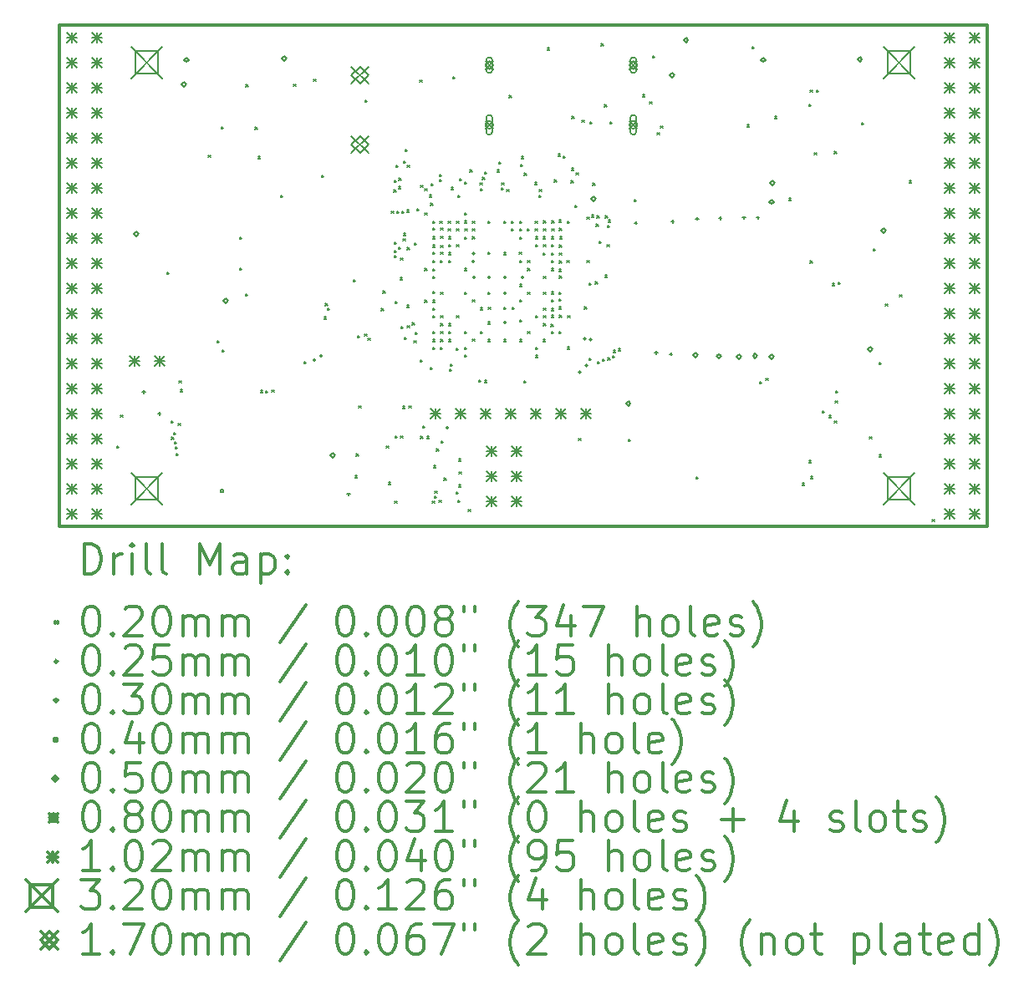
<source format=gbr>
%FSLAX45Y45*%
G04 Gerber Fmt 4.5, Leading zero omitted, Abs format (unit mm)*
G04 Created by KiCad (PCBNEW 4.0.7+dfsg1-1) date Mon Dec 25 00:55:47 2017*
%MOMM*%
%LPD*%
G01*
G04 APERTURE LIST*
%ADD10C,0.127000*%
%ADD11C,0.300000*%
%ADD12C,0.200000*%
G04 APERTURE END LIST*
D10*
D11*
X9410000Y-6142000D02*
X9410000Y-11222000D01*
X18808000Y-6142000D02*
X9410000Y-6142000D01*
X18808000Y-11222000D02*
X18808000Y-6142000D01*
X9410000Y-11222000D02*
X18808000Y-11222000D01*
D12*
X9998000Y-10410000D02*
X10018000Y-10430000D01*
X10018000Y-10410000D02*
X9998000Y-10430000D01*
X10035000Y-10094400D02*
X10055000Y-10114400D01*
X10055000Y-10094400D02*
X10035000Y-10114400D01*
X10506027Y-8651083D02*
X10526027Y-8671083D01*
X10526027Y-8651083D02*
X10506027Y-8671083D01*
X10547276Y-10156132D02*
X10567276Y-10176132D01*
X10567276Y-10156132D02*
X10547276Y-10176132D01*
X10552725Y-10321224D02*
X10572725Y-10341224D01*
X10572725Y-10321224D02*
X10552725Y-10341224D01*
X10571376Y-10271934D02*
X10591376Y-10291934D01*
X10591376Y-10271934D02*
X10571376Y-10291934D01*
X10579560Y-10366582D02*
X10599560Y-10386582D01*
X10599560Y-10366582D02*
X10579560Y-10386582D01*
X10589272Y-10418380D02*
X10609272Y-10438380D01*
X10609272Y-10418380D02*
X10589272Y-10438380D01*
X10598875Y-10487404D02*
X10618875Y-10507404D01*
X10618875Y-10487404D02*
X10598875Y-10507404D01*
X10617613Y-10179347D02*
X10637613Y-10199347D01*
X10637613Y-10179347D02*
X10617613Y-10199347D01*
X10626851Y-9749810D02*
X10646851Y-9769810D01*
X10646851Y-9749810D02*
X10626851Y-9769810D01*
X10637720Y-9838777D02*
X10657720Y-9858777D01*
X10657720Y-9838777D02*
X10637720Y-9858777D01*
X10922380Y-7460622D02*
X10942380Y-7480622D01*
X10942380Y-7460622D02*
X10922380Y-7480622D01*
X11014904Y-9343377D02*
X11034904Y-9363377D01*
X11034904Y-9343377D02*
X11014904Y-9363377D01*
X11053250Y-7177763D02*
X11073250Y-7197763D01*
X11073250Y-7177763D02*
X11053250Y-7197763D01*
X11061873Y-9435178D02*
X11081873Y-9455178D01*
X11081873Y-9435178D02*
X11061873Y-9455178D01*
X11241500Y-8291000D02*
X11261500Y-8311000D01*
X11261500Y-8291000D02*
X11241500Y-8311000D01*
X11241500Y-8608500D02*
X11261500Y-8628500D01*
X11261500Y-8608500D02*
X11241500Y-8628500D01*
X11298000Y-8870000D02*
X11318000Y-8890000D01*
X11318000Y-8870000D02*
X11298000Y-8890000D01*
X11305725Y-6746706D02*
X11325725Y-6766706D01*
X11325725Y-6746706D02*
X11305725Y-6766706D01*
X11397580Y-7180391D02*
X11417580Y-7200391D01*
X11417580Y-7180391D02*
X11397580Y-7200391D01*
X11427151Y-7475952D02*
X11447151Y-7495952D01*
X11447151Y-7475952D02*
X11427151Y-7495952D01*
X11450432Y-9847368D02*
X11470432Y-9867368D01*
X11470432Y-9847368D02*
X11450432Y-9867368D01*
X11504932Y-9852549D02*
X11524932Y-9872549D01*
X11524932Y-9852549D02*
X11504932Y-9872549D01*
X11565982Y-9840204D02*
X11585982Y-9860204D01*
X11585982Y-9840204D02*
X11565982Y-9860204D01*
X11655434Y-7867799D02*
X11675434Y-7887799D01*
X11675434Y-7867799D02*
X11655434Y-7887799D01*
X11787600Y-6741600D02*
X11807600Y-6761600D01*
X11807600Y-6741600D02*
X11787600Y-6761600D01*
X11890851Y-9556294D02*
X11910851Y-9576294D01*
X11910851Y-9556294D02*
X11890851Y-9576294D01*
X11990800Y-6690800D02*
X12010800Y-6710800D01*
X12010800Y-6690800D02*
X11990800Y-6710800D01*
X12073455Y-7667909D02*
X12093455Y-7687909D01*
X12093455Y-7667909D02*
X12073455Y-7687909D01*
X12094120Y-9102507D02*
X12114120Y-9122507D01*
X12114120Y-9102507D02*
X12094120Y-9122507D01*
X12110622Y-8966255D02*
X12130622Y-8986255D01*
X12130622Y-8966255D02*
X12110622Y-8986255D01*
X12130195Y-9015187D02*
X12150195Y-9035187D01*
X12150195Y-9015187D02*
X12130195Y-9035187D01*
X12392771Y-8724771D02*
X12412771Y-8744771D01*
X12412771Y-8724771D02*
X12392771Y-8744771D01*
X12392771Y-8724771D02*
X12412771Y-8744771D01*
X12412771Y-8724771D02*
X12392771Y-8744771D01*
X12410242Y-10710764D02*
X12430242Y-10730764D01*
X12430242Y-10710764D02*
X12410242Y-10730764D01*
X12422957Y-10489495D02*
X12442957Y-10509495D01*
X12442957Y-10489495D02*
X12422957Y-10509495D01*
X12435300Y-9294300D02*
X12455300Y-9314300D01*
X12455300Y-9294300D02*
X12435300Y-9314300D01*
X12448000Y-10005500D02*
X12468000Y-10025500D01*
X12468000Y-10005500D02*
X12448000Y-10025500D01*
X12506739Y-9274152D02*
X12526739Y-9294152D01*
X12526739Y-9274152D02*
X12506739Y-9294152D01*
X12509354Y-6905685D02*
X12529354Y-6925685D01*
X12529354Y-6905685D02*
X12509354Y-6925685D01*
X12539954Y-9315068D02*
X12559954Y-9335068D01*
X12559954Y-9315068D02*
X12539954Y-9335068D01*
X12678001Y-9017611D02*
X12698001Y-9037611D01*
X12698001Y-9017611D02*
X12678001Y-9037611D01*
X12694005Y-8838107D02*
X12714005Y-8858107D01*
X12714005Y-8838107D02*
X12694005Y-8858107D01*
X12728568Y-10410367D02*
X12748568Y-10430367D01*
X12748568Y-10410367D02*
X12728568Y-10430367D01*
X12748660Y-10777504D02*
X12768660Y-10797504D01*
X12768660Y-10777504D02*
X12748660Y-10797504D01*
X12778962Y-8030743D02*
X12798962Y-8050743D01*
X12798962Y-8030743D02*
X12778962Y-8050743D01*
X12802557Y-7813365D02*
X12822557Y-7833365D01*
X12822557Y-7813365D02*
X12802557Y-7833365D01*
X12805201Y-7715784D02*
X12825201Y-7735784D01*
X12825201Y-7715784D02*
X12805201Y-7735784D01*
X12806546Y-8342876D02*
X12826546Y-8362876D01*
X12826546Y-8342876D02*
X12806546Y-8362876D01*
X12808331Y-8428074D02*
X12828331Y-8448074D01*
X12828331Y-8428074D02*
X12808331Y-8448074D01*
X12810326Y-8480738D02*
X12830326Y-8500738D01*
X12830326Y-8480738D02*
X12810326Y-8500738D01*
X12811634Y-10966034D02*
X12831634Y-10986034D01*
X12831634Y-10966034D02*
X12811634Y-10986034D01*
X12815144Y-8946421D02*
X12835144Y-8966421D01*
X12835144Y-8946421D02*
X12815144Y-8966421D01*
X12818000Y-10310000D02*
X12838000Y-10330000D01*
X12838000Y-10310000D02*
X12818000Y-10330000D01*
X12823318Y-7566981D02*
X12843318Y-7586981D01*
X12843318Y-7566981D02*
X12823318Y-7586981D01*
X12831658Y-8029985D02*
X12851658Y-8049985D01*
X12851658Y-8029985D02*
X12831658Y-8049985D01*
X12849054Y-7779404D02*
X12869054Y-7799404D01*
X12869054Y-7779404D02*
X12849054Y-7799404D01*
X12851077Y-8397249D02*
X12871077Y-8417249D01*
X12871077Y-8397249D02*
X12851077Y-8417249D01*
X12854493Y-7695003D02*
X12874493Y-7715003D01*
X12874493Y-7695003D02*
X12854493Y-7715003D01*
X12867665Y-8703514D02*
X12887665Y-8723514D01*
X12887665Y-8703514D02*
X12867665Y-8723514D01*
X12870682Y-10308590D02*
X12890682Y-10328590D01*
X12890682Y-10308590D02*
X12870682Y-10328590D01*
X12872311Y-8505356D02*
X12892311Y-8525356D01*
X12892311Y-8505356D02*
X12872311Y-8525356D01*
X12877965Y-9201104D02*
X12897965Y-9221104D01*
X12897965Y-9201104D02*
X12877965Y-9221104D01*
X12884359Y-8029973D02*
X12904359Y-8049973D01*
X12904359Y-8029973D02*
X12884359Y-8049973D01*
X12890520Y-10007480D02*
X12910520Y-10027480D01*
X12910520Y-10007480D02*
X12890520Y-10027480D01*
X12895438Y-8307924D02*
X12915438Y-8327924D01*
X12915438Y-8307924D02*
X12895438Y-8327924D01*
X12900909Y-8255507D02*
X12920909Y-8275507D01*
X12920909Y-8255507D02*
X12900909Y-8275507D01*
X12902508Y-7521580D02*
X12922508Y-7541580D01*
X12922508Y-7521580D02*
X12902508Y-7541580D01*
X12909665Y-9310913D02*
X12929665Y-9330913D01*
X12929665Y-9310913D02*
X12909665Y-9330913D01*
X12915222Y-7404246D02*
X12935222Y-7424246D01*
X12935222Y-7404246D02*
X12915222Y-7424246D01*
X12934924Y-8982695D02*
X12954924Y-9002695D01*
X12954924Y-8982695D02*
X12934924Y-9002695D01*
X12935799Y-8018511D02*
X12955799Y-8038511D01*
X12955799Y-8018511D02*
X12935799Y-8038511D01*
X12937785Y-9190082D02*
X12957785Y-9210082D01*
X12957785Y-9190082D02*
X12937785Y-9210082D01*
X12938767Y-8397993D02*
X12958767Y-8417993D01*
X12958767Y-8397993D02*
X12938767Y-8417993D01*
X12939334Y-7563781D02*
X12959334Y-7583781D01*
X12959334Y-7563781D02*
X12939334Y-7583781D01*
X12956000Y-10005500D02*
X12976000Y-10025500D01*
X12976000Y-10005500D02*
X12956000Y-10025500D01*
X12988816Y-9162200D02*
X13008816Y-9182200D01*
X13008816Y-9162200D02*
X12988816Y-9182200D01*
X13007140Y-9344434D02*
X13027140Y-9364434D01*
X13027140Y-9344434D02*
X13007140Y-9364434D01*
X13010463Y-8349948D02*
X13030463Y-8369948D01*
X13030463Y-8349948D02*
X13010463Y-8369948D01*
X13020226Y-9260033D02*
X13040226Y-9280033D01*
X13040226Y-9260033D02*
X13020226Y-9280033D01*
X13038990Y-8006723D02*
X13058990Y-8026723D01*
X13058990Y-8006723D02*
X13038990Y-8026723D01*
X13066199Y-6701962D02*
X13086199Y-6721962D01*
X13086199Y-6701962D02*
X13066199Y-6721962D01*
X13070707Y-9535414D02*
X13090707Y-9555414D01*
X13090707Y-9535414D02*
X13070707Y-9555414D01*
X13073949Y-10310829D02*
X13093949Y-10330829D01*
X13093949Y-10310829D02*
X13073949Y-10330829D01*
X13075683Y-7768682D02*
X13095683Y-7788682D01*
X13095683Y-7768682D02*
X13075683Y-7788682D01*
X13093907Y-10208700D02*
X13113907Y-10228700D01*
X13113907Y-10208700D02*
X13093907Y-10228700D01*
X13115313Y-7803422D02*
X13135313Y-7823422D01*
X13135313Y-7803422D02*
X13115313Y-7823422D01*
X13117530Y-8049575D02*
X13137530Y-8069575D01*
X13137530Y-8049575D02*
X13117530Y-8069575D01*
X13117831Y-8611310D02*
X13137831Y-8631310D01*
X13137831Y-8611310D02*
X13117831Y-8631310D01*
X13117950Y-8930733D02*
X13137950Y-8950733D01*
X13137950Y-8930733D02*
X13117950Y-8950733D01*
X13135385Y-10310829D02*
X13155385Y-10330829D01*
X13155385Y-10310829D02*
X13135385Y-10330829D01*
X13160933Y-7864587D02*
X13180933Y-7884587D01*
X13180933Y-7864587D02*
X13160933Y-7884587D01*
X13170890Y-9612737D02*
X13190890Y-9632737D01*
X13190890Y-9612737D02*
X13170890Y-9632737D01*
X13174731Y-7948989D02*
X13194731Y-7968989D01*
X13194731Y-7948989D02*
X13174731Y-7968989D01*
X13182329Y-7748485D02*
X13202329Y-7768485D01*
X13202329Y-7748485D02*
X13182329Y-7768485D01*
X13192441Y-10966678D02*
X13212441Y-10986678D01*
X13212441Y-10966678D02*
X13192441Y-10986678D01*
X13196210Y-8443398D02*
X13216210Y-8463398D01*
X13216210Y-8443398D02*
X13196210Y-8463398D01*
X13197298Y-8527799D02*
X13217298Y-8547799D01*
X13217298Y-8527799D02*
X13197298Y-8547799D01*
X13197562Y-8931064D02*
X13217562Y-8951064D01*
X13217562Y-8931064D02*
X13197562Y-8951064D01*
X13197765Y-9087799D02*
X13217765Y-9107799D01*
X13217765Y-9087799D02*
X13197765Y-9107799D01*
X13197902Y-8288404D02*
X13217902Y-8308404D01*
X13217902Y-8288404D02*
X13197902Y-8308404D01*
X13198000Y-8130000D02*
X13218000Y-8150000D01*
X13218000Y-8130000D02*
X13198000Y-8150000D01*
X13198000Y-8690000D02*
X13218000Y-8710000D01*
X13218000Y-8690000D02*
X13198000Y-8710000D01*
X13198000Y-9250000D02*
X13218000Y-9270000D01*
X13218000Y-9250000D02*
X13198000Y-9270000D01*
X13198000Y-9330000D02*
X13218000Y-9350000D01*
X13218000Y-9330000D02*
X13198000Y-9350000D01*
X13198000Y-9410000D02*
X13218000Y-9430000D01*
X13218000Y-9410000D02*
X13198000Y-9430000D01*
X13198001Y-8200333D02*
X13218001Y-8220333D01*
X13218001Y-8200333D02*
X13198001Y-8220333D01*
X13198296Y-9011078D02*
X13218296Y-9031078D01*
X13218296Y-9011078D02*
X13198296Y-9031078D01*
X13198303Y-8616041D02*
X13218303Y-8636041D01*
X13218303Y-8616041D02*
X13198303Y-8636041D01*
X13198368Y-8372806D02*
X13218368Y-8392806D01*
X13218368Y-8372806D02*
X13198368Y-8392806D01*
X13198405Y-8845827D02*
X13218405Y-8865827D01*
X13218405Y-8845827D02*
X13198405Y-8865827D01*
X13206286Y-10608587D02*
X13226286Y-10628587D01*
X13226286Y-10608587D02*
X13206286Y-10628587D01*
X13211973Y-10917729D02*
X13231973Y-10937729D01*
X13231973Y-10917729D02*
X13211973Y-10937729D01*
X13218587Y-10865445D02*
X13238587Y-10885445D01*
X13238587Y-10865445D02*
X13218587Y-10885445D01*
X13236800Y-10440341D02*
X13256800Y-10460341D01*
X13256800Y-10440341D02*
X13236800Y-10460341D01*
X13260800Y-10958000D02*
X13280800Y-10978000D01*
X13280800Y-10958000D02*
X13260800Y-10978000D01*
X13263724Y-7657621D02*
X13283724Y-7677621D01*
X13283724Y-7657621D02*
X13263724Y-7677621D01*
X13266117Y-7710267D02*
X13286117Y-7730267D01*
X13286117Y-7710267D02*
X13266117Y-7730267D01*
X13268334Y-8130000D02*
X13288334Y-8150000D01*
X13288334Y-8130000D02*
X13268334Y-8150000D01*
X13273464Y-8527799D02*
X13293464Y-8547799D01*
X13293464Y-8527799D02*
X13273464Y-8547799D01*
X13274623Y-9409707D02*
X13294623Y-9429707D01*
X13294623Y-9409707D02*
X13274623Y-9429707D01*
X13276300Y-8202454D02*
X13296300Y-8222454D01*
X13296300Y-8202454D02*
X13276300Y-8222454D01*
X13277177Y-8443398D02*
X13297177Y-8463398D01*
X13297177Y-8443398D02*
X13277177Y-8463398D01*
X13277261Y-8286855D02*
X13297261Y-8306855D01*
X13297261Y-8286855D02*
X13277261Y-8306855D01*
X13278000Y-8850000D02*
X13298000Y-8870000D01*
X13298000Y-8850000D02*
X13278000Y-8870000D01*
X13278000Y-9090000D02*
X13298000Y-9110000D01*
X13298000Y-9090000D02*
X13278000Y-9110000D01*
X13278000Y-9170000D02*
X13298000Y-9190000D01*
X13298000Y-9170000D02*
X13278000Y-9190000D01*
X13278000Y-9250000D02*
X13298000Y-9270000D01*
X13298000Y-9250000D02*
X13278000Y-9270000D01*
X13278000Y-9330000D02*
X13298000Y-9350000D01*
X13298000Y-9330000D02*
X13278000Y-9350000D01*
X13278089Y-8379783D02*
X13298089Y-8399784D01*
X13298089Y-8379783D02*
X13278089Y-8399784D01*
X13283696Y-10361100D02*
X13303696Y-10381100D01*
X13303696Y-10361100D02*
X13283696Y-10381100D01*
X13311600Y-10736500D02*
X13331600Y-10756500D01*
X13331600Y-10736500D02*
X13311600Y-10756500D01*
X13352736Y-8131468D02*
X13372736Y-8151468D01*
X13372736Y-8131468D02*
X13352736Y-8151468D01*
X13354839Y-8209060D02*
X13374839Y-8229060D01*
X13374839Y-8209060D02*
X13354839Y-8229060D01*
X13357194Y-8449520D02*
X13377194Y-8469520D01*
X13377194Y-8449520D02*
X13357194Y-8469520D01*
X13358000Y-8290000D02*
X13378000Y-8310000D01*
X13378000Y-8290000D02*
X13358000Y-8310000D01*
X13358000Y-8370000D02*
X13378000Y-8390000D01*
X13378000Y-8370000D02*
X13358000Y-8390000D01*
X13358000Y-8530000D02*
X13378000Y-8550000D01*
X13378000Y-8530000D02*
X13358000Y-8550000D01*
X13358000Y-9170000D02*
X13378000Y-9190000D01*
X13378000Y-9170000D02*
X13358000Y-9190000D01*
X13358000Y-9250000D02*
X13378000Y-9270000D01*
X13378000Y-9250000D02*
X13358000Y-9270000D01*
X13358548Y-9330230D02*
X13378548Y-9350230D01*
X13378548Y-9330230D02*
X13358548Y-9350230D01*
X13366285Y-9629515D02*
X13386285Y-9649515D01*
X13386285Y-9629515D02*
X13366285Y-9649515D01*
X13375239Y-9577580D02*
X13395239Y-9597580D01*
X13395239Y-9577580D02*
X13375239Y-9597580D01*
X13384238Y-7788077D02*
X13404238Y-7808077D01*
X13404238Y-7788077D02*
X13384238Y-7808077D01*
X13397916Y-6668615D02*
X13417916Y-6688615D01*
X13417916Y-6668615D02*
X13397916Y-6688615D01*
X13435582Y-9416717D02*
X13455582Y-9436717D01*
X13455582Y-9416717D02*
X13435582Y-9436717D01*
X13436400Y-10874197D02*
X13456400Y-10894197D01*
X13456400Y-10874197D02*
X13436400Y-10894197D01*
X13437137Y-8130675D02*
X13457137Y-8150675D01*
X13457137Y-8130675D02*
X13437137Y-8150675D01*
X13437651Y-8208015D02*
X13457651Y-8228015D01*
X13457651Y-8208015D02*
X13437651Y-8228015D01*
X13438000Y-8370000D02*
X13458000Y-8390000D01*
X13458000Y-8370000D02*
X13438000Y-8390000D01*
X13438000Y-9090000D02*
X13458000Y-9110000D01*
X13458000Y-9090000D02*
X13438000Y-9110000D01*
X13451300Y-7871900D02*
X13471300Y-7891900D01*
X13471300Y-7871900D02*
X13451300Y-7891900D01*
X13453687Y-10961995D02*
X13473687Y-10981995D01*
X13473687Y-10961995D02*
X13453687Y-10981995D01*
X13457587Y-10803159D02*
X13477587Y-10823159D01*
X13477587Y-10803159D02*
X13457587Y-10823159D01*
X13460735Y-10540845D02*
X13480735Y-10560845D01*
X13480735Y-10540845D02*
X13460735Y-10560845D01*
X13465065Y-10671051D02*
X13485065Y-10691051D01*
X13485065Y-10671051D02*
X13465065Y-10691051D01*
X13465805Y-7703014D02*
X13485805Y-7723014D01*
X13485805Y-7703014D02*
X13465805Y-7723014D01*
X13517331Y-8851860D02*
X13537331Y-8871860D01*
X13537331Y-8851860D02*
X13517331Y-8871860D01*
X13518000Y-8292201D02*
X13538000Y-8312201D01*
X13538000Y-8292201D02*
X13518000Y-8312201D01*
X13518000Y-8610000D02*
X13538000Y-8630000D01*
X13538000Y-8610000D02*
X13518000Y-8630000D01*
X13518000Y-9250000D02*
X13538000Y-9270000D01*
X13538000Y-9250000D02*
X13518000Y-9270000D01*
X13518006Y-7736330D02*
X13538006Y-7756330D01*
X13538006Y-7736330D02*
X13518006Y-7756330D01*
X13518128Y-8048312D02*
X13538128Y-8068312D01*
X13538128Y-8048312D02*
X13518128Y-8068312D01*
X13518463Y-9488530D02*
X13538463Y-9508530D01*
X13538463Y-9488530D02*
X13518463Y-9508530D01*
X13518862Y-9412562D02*
X13538862Y-9432562D01*
X13538862Y-9412562D02*
X13518862Y-9432562D01*
X13521538Y-8129192D02*
X13541538Y-8149192D01*
X13541538Y-8129192D02*
X13521538Y-8149192D01*
X13522052Y-8209644D02*
X13542052Y-8229644D01*
X13542052Y-8209644D02*
X13522052Y-8229644D01*
X13555656Y-11051071D02*
X13575656Y-11071071D01*
X13575656Y-11051071D02*
X13555656Y-11071071D01*
X13573070Y-7610061D02*
X13593070Y-7630061D01*
X13593070Y-7610061D02*
X13573070Y-7630061D01*
X13598000Y-8210000D02*
X13618000Y-8230000D01*
X13618000Y-8210000D02*
X13598000Y-8230000D01*
X13598000Y-8290000D02*
X13618000Y-8310000D01*
X13618000Y-8290000D02*
X13598000Y-8310000D01*
X13598517Y-8929483D02*
X13618517Y-8949483D01*
X13618517Y-8929483D02*
X13598517Y-8949483D01*
X13599596Y-9326965D02*
X13619596Y-9346965D01*
X13619596Y-9326965D02*
X13599596Y-9346965D01*
X13599639Y-8129507D02*
X13619639Y-8149507D01*
X13619639Y-8129507D02*
X13599639Y-8149507D01*
X13664090Y-9741450D02*
X13684090Y-9761450D01*
X13684090Y-9741450D02*
X13664090Y-9761450D01*
X13675954Y-7745082D02*
X13695954Y-7765082D01*
X13695954Y-7745082D02*
X13675954Y-7765082D01*
X13678000Y-9250000D02*
X13698000Y-9270000D01*
X13698000Y-9250000D02*
X13678000Y-9270000D01*
X13678517Y-9009483D02*
X13698517Y-9029483D01*
X13698517Y-9009483D02*
X13678517Y-9029483D01*
X13682206Y-7799789D02*
X13702206Y-7819789D01*
X13702206Y-7799789D02*
X13682206Y-7819789D01*
X13700695Y-7687992D02*
X13720695Y-7707992D01*
X13720695Y-7687992D02*
X13700695Y-7707992D01*
X13719559Y-9743802D02*
X13739559Y-9763802D01*
X13739559Y-9743802D02*
X13719559Y-9763802D01*
X13720873Y-7631502D02*
X13740873Y-7651502D01*
X13740873Y-7631502D02*
X13720873Y-7651502D01*
X13755905Y-9153803D02*
X13775905Y-9173803D01*
X13775905Y-9153803D02*
X13755905Y-9173803D01*
X13758000Y-8130000D02*
X13778000Y-8150000D01*
X13778000Y-8130000D02*
X13758000Y-8150000D01*
X13758000Y-8850000D02*
X13778000Y-8870000D01*
X13778000Y-8850000D02*
X13758000Y-8870000D01*
X13758000Y-9330000D02*
X13778000Y-9350000D01*
X13778000Y-9330000D02*
X13758000Y-9350000D01*
X13758056Y-8443409D02*
X13778056Y-8463409D01*
X13778056Y-8443409D02*
X13758056Y-8463409D01*
X13758900Y-9002299D02*
X13778900Y-9022299D01*
X13778900Y-9002299D02*
X13758900Y-9022299D01*
X13848000Y-7610000D02*
X13868000Y-7630000D01*
X13868000Y-7610000D02*
X13848000Y-7630000D01*
X13867920Y-7530076D02*
X13887920Y-7550076D01*
X13887920Y-7530076D02*
X13867920Y-7550076D01*
X13893411Y-7794095D02*
X13913411Y-7814095D01*
X13913411Y-7794095D02*
X13893411Y-7814095D01*
X13894675Y-7741409D02*
X13914675Y-7761409D01*
X13914675Y-7741409D02*
X13894675Y-7761409D01*
X13917252Y-8451135D02*
X13937252Y-8471135D01*
X13937252Y-8451135D02*
X13917252Y-8471135D01*
X13918000Y-8130000D02*
X13938000Y-8150000D01*
X13938000Y-8130000D02*
X13918000Y-8150000D01*
X13918000Y-9002299D02*
X13938000Y-9022299D01*
X13938000Y-9002299D02*
X13918000Y-9022299D01*
X13918000Y-9330000D02*
X13938000Y-9350000D01*
X13938000Y-9330000D02*
X13918000Y-9350000D01*
X13947862Y-7810586D02*
X13967862Y-7830586D01*
X13967862Y-7810586D02*
X13947862Y-7830586D01*
X13972000Y-6856567D02*
X13992000Y-6876567D01*
X13992000Y-6856567D02*
X13972000Y-6876567D01*
X13993095Y-8210000D02*
X14013095Y-8230000D01*
X14013095Y-8210000D02*
X13993095Y-8230000D01*
X13993599Y-8130000D02*
X14013599Y-8150000D01*
X14013599Y-8130000D02*
X13993599Y-8150000D01*
X13999489Y-9002299D02*
X14019489Y-9022299D01*
X14019489Y-9002299D02*
X13999489Y-9022299D01*
X14073600Y-8443400D02*
X14093600Y-8463400D01*
X14093600Y-8443400D02*
X14073600Y-8463400D01*
X14076403Y-8294140D02*
X14096403Y-8314140D01*
X14096403Y-8294140D02*
X14076403Y-8314140D01*
X14077419Y-9133335D02*
X14097419Y-9153335D01*
X14097419Y-9133335D02*
X14077419Y-9153335D01*
X14077497Y-8207716D02*
X14097497Y-8227716D01*
X14097497Y-8207716D02*
X14077497Y-8227716D01*
X14078000Y-8130000D02*
X14098000Y-8150000D01*
X14098000Y-8130000D02*
X14078000Y-8150000D01*
X14078000Y-8530000D02*
X14098000Y-8550000D01*
X14098000Y-8530000D02*
X14078000Y-8550000D01*
X14078000Y-8770000D02*
X14098000Y-8790000D01*
X14098000Y-8770000D02*
X14078000Y-8790000D01*
X14078000Y-8930000D02*
X14098000Y-8950000D01*
X14098000Y-8930000D02*
X14078000Y-8950000D01*
X14078000Y-9330000D02*
X14098000Y-9350000D01*
X14098000Y-9330000D02*
X14078000Y-9350000D01*
X14088006Y-7558194D02*
X14108006Y-7578194D01*
X14108006Y-7558194D02*
X14088006Y-7578194D01*
X14094664Y-7477380D02*
X14114664Y-7497380D01*
X14114664Y-7477380D02*
X14094664Y-7497380D01*
X14118000Y-9750000D02*
X14138000Y-9770000D01*
X14138000Y-9750000D02*
X14118000Y-9770000D01*
X14124297Y-7645500D02*
X14144297Y-7665500D01*
X14144297Y-7645500D02*
X14124297Y-7665500D01*
X14156269Y-8210778D02*
X14176269Y-8230778D01*
X14176269Y-8210778D02*
X14156269Y-8230778D01*
X14158000Y-8530000D02*
X14178000Y-8550000D01*
X14178000Y-8530000D02*
X14158000Y-8550000D01*
X14158000Y-8610000D02*
X14178000Y-8630000D01*
X14178000Y-8610000D02*
X14158000Y-8630000D01*
X14158000Y-8850000D02*
X14178000Y-8870000D01*
X14178000Y-8850000D02*
X14158000Y-8870000D01*
X14158000Y-9250000D02*
X14178000Y-9270000D01*
X14178000Y-9250000D02*
X14158000Y-9270000D01*
X14227745Y-7739745D02*
X14247745Y-7759745D01*
X14247745Y-7739745D02*
X14227745Y-7759745D01*
X14233746Y-8208147D02*
X14253746Y-8228147D01*
X14253746Y-8208147D02*
X14233746Y-8228147D01*
X14235691Y-8130580D02*
X14255691Y-8150580D01*
X14255691Y-8130580D02*
X14235691Y-8150580D01*
X14237355Y-8289891D02*
X14257355Y-8309891D01*
X14257355Y-8289891D02*
X14237355Y-8309891D01*
X14238000Y-8370000D02*
X14258000Y-8390000D01*
X14258000Y-8370000D02*
X14238000Y-8390000D01*
X14238000Y-9090000D02*
X14258000Y-9110000D01*
X14258000Y-9090000D02*
X14238000Y-9110000D01*
X14238000Y-9410000D02*
X14258000Y-9430000D01*
X14258000Y-9410000D02*
X14238000Y-9430000D01*
X14238000Y-9490000D02*
X14258000Y-9510000D01*
X14258000Y-9490000D02*
X14238000Y-9510000D01*
X14274121Y-7868425D02*
X14294121Y-7888425D01*
X14294121Y-7868425D02*
X14274121Y-7888425D01*
X14276427Y-7811737D02*
X14296427Y-7831737D01*
X14296427Y-7811737D02*
X14276427Y-7831737D01*
X14315799Y-8290000D02*
X14335799Y-8310000D01*
X14335799Y-8290000D02*
X14315799Y-8310000D01*
X14316000Y-8452000D02*
X14336000Y-8472000D01*
X14336000Y-8452000D02*
X14316000Y-8472000D01*
X14316969Y-9331491D02*
X14336969Y-9351491D01*
X14336969Y-9331491D02*
X14316969Y-9351491D01*
X14317803Y-8849503D02*
X14337803Y-8869503D01*
X14337803Y-8849503D02*
X14317803Y-8869503D01*
X14318000Y-8370000D02*
X14338000Y-8390000D01*
X14338000Y-8370000D02*
X14318000Y-8390000D01*
X14318000Y-8690000D02*
X14338000Y-8710000D01*
X14338000Y-8690000D02*
X14318000Y-8710000D01*
X14318000Y-9090000D02*
X14338000Y-9110000D01*
X14338000Y-9090000D02*
X14318000Y-9110000D01*
X14318000Y-9170000D02*
X14338000Y-9190000D01*
X14338000Y-9170000D02*
X14318000Y-9190000D01*
X14318147Y-8210607D02*
X14338147Y-8230607D01*
X14338147Y-8210607D02*
X14318147Y-8230607D01*
X14318182Y-9010195D02*
X14338182Y-9030195D01*
X14338182Y-9010195D02*
X14318182Y-9030195D01*
X14320092Y-8127729D02*
X14340092Y-8147729D01*
X14340092Y-8127729D02*
X14320092Y-8147729D01*
X14355067Y-6376252D02*
X14375067Y-6396252D01*
X14375067Y-6376252D02*
X14355067Y-6396252D01*
X14396483Y-9177765D02*
X14416483Y-9197765D01*
X14416483Y-9177765D02*
X14396483Y-9197765D01*
X14397624Y-8929530D02*
X14417624Y-8949530D01*
X14417624Y-8929530D02*
X14397624Y-8949530D01*
X14397701Y-9016697D02*
X14417701Y-9036697D01*
X14417701Y-9016697D02*
X14397701Y-9036697D01*
X14398000Y-8610000D02*
X14418000Y-8630000D01*
X14418000Y-8610000D02*
X14398000Y-8630000D01*
X14398000Y-9085650D02*
X14418000Y-9105650D01*
X14418000Y-9085650D02*
X14398000Y-9105650D01*
X14398283Y-8848451D02*
X14418283Y-8868451D01*
X14418283Y-8848451D02*
X14398283Y-8868451D01*
X14400201Y-8290000D02*
X14420201Y-8310000D01*
X14420201Y-8290000D02*
X14400201Y-8310000D01*
X14400201Y-8529722D02*
X14420201Y-8549722D01*
X14420201Y-8529722D02*
X14400201Y-8549722D01*
X14400319Y-8367799D02*
X14420319Y-8387799D01*
X14420319Y-8367799D02*
X14400319Y-8387799D01*
X14400350Y-8456040D02*
X14420350Y-8476040D01*
X14420350Y-8456040D02*
X14400350Y-8476040D01*
X14401325Y-9248876D02*
X14421325Y-9268876D01*
X14421325Y-9248876D02*
X14401325Y-9268876D01*
X14402549Y-8208647D02*
X14422549Y-8228647D01*
X14422549Y-8208647D02*
X14402549Y-8228647D01*
X14404493Y-8128708D02*
X14424493Y-8148708D01*
X14424493Y-8128708D02*
X14404493Y-8148708D01*
X14429487Y-7711993D02*
X14449487Y-7731993D01*
X14449487Y-7711993D02*
X14429487Y-7731993D01*
X14468000Y-7449038D02*
X14488000Y-7469038D01*
X14488000Y-7449038D02*
X14468000Y-7469038D01*
X14475581Y-8916848D02*
X14495581Y-8936848D01*
X14495581Y-8916848D02*
X14475581Y-8936848D01*
X14476724Y-9001248D02*
X14496724Y-9021248D01*
X14496724Y-9001248D02*
X14476724Y-9021248D01*
X14477515Y-8619275D02*
X14497515Y-8639275D01*
X14497515Y-8619275D02*
X14477515Y-8639275D01*
X14477765Y-8852201D02*
X14497765Y-8872201D01*
X14497765Y-8852201D02*
X14477765Y-8872201D01*
X14478001Y-8120333D02*
X14498001Y-8140333D01*
X14498001Y-8120333D02*
X14478001Y-8140333D01*
X14478235Y-9247799D02*
X14498235Y-9267799D01*
X14498235Y-9247799D02*
X14478235Y-9267799D01*
X14478812Y-8204734D02*
X14498812Y-8224734D01*
X14498812Y-8204734D02*
X14478812Y-8224734D01*
X14478935Y-8534874D02*
X14498935Y-8554874D01*
X14498935Y-8534874D02*
X14478935Y-8554874D01*
X14479432Y-8687756D02*
X14499432Y-8707756D01*
X14499432Y-8687756D02*
X14479432Y-8707756D01*
X14479670Y-8373537D02*
X14499670Y-8393537D01*
X14499670Y-8373537D02*
X14479670Y-8393537D01*
X14480294Y-9085650D02*
X14500294Y-9105650D01*
X14500294Y-9085650D02*
X14480294Y-9105650D01*
X14481241Y-8453582D02*
X14501241Y-8473582D01*
X14501241Y-8453582D02*
X14481241Y-8473582D01*
X14481689Y-8289136D02*
X14501689Y-8309136D01*
X14501689Y-8289136D02*
X14481689Y-8309136D01*
X14515569Y-7471722D02*
X14535569Y-7491722D01*
X14535569Y-7471722D02*
X14515569Y-7491722D01*
X14557281Y-8529606D02*
X14577281Y-8549606D01*
X14577281Y-8529606D02*
X14557281Y-8549606D01*
X14558000Y-8130512D02*
X14578000Y-8150512D01*
X14578000Y-8130512D02*
X14558000Y-8150512D01*
X14559124Y-9406675D02*
X14579124Y-9426675D01*
X14579124Y-9406675D02*
X14559124Y-9426675D01*
X14565987Y-9091018D02*
X14585987Y-9111018D01*
X14585987Y-9091018D02*
X14565987Y-9111018D01*
X14598908Y-7720057D02*
X14618908Y-7740057D01*
X14618908Y-7720057D02*
X14598908Y-7740057D01*
X14603080Y-7596013D02*
X14623080Y-7616013D01*
X14623080Y-7596013D02*
X14603080Y-7616013D01*
X14608000Y-7070000D02*
X14628000Y-7090000D01*
X14628000Y-7070000D02*
X14608000Y-7090000D01*
X14638141Y-7971938D02*
X14658141Y-7991938D01*
X14658141Y-7971938D02*
X14638141Y-7991938D01*
X14647773Y-7640082D02*
X14667773Y-7660082D01*
X14667773Y-7640082D02*
X14647773Y-7660082D01*
X14674429Y-10335274D02*
X14694429Y-10355274D01*
X14694429Y-10335274D02*
X14674429Y-10355274D01*
X14708600Y-7110000D02*
X14728600Y-7130000D01*
X14728600Y-7110000D02*
X14708600Y-7130000D01*
X14733095Y-9001248D02*
X14753095Y-9021248D01*
X14753095Y-9001248D02*
X14733095Y-9021248D01*
X14758739Y-8527409D02*
X14778739Y-8547409D01*
X14778739Y-8527409D02*
X14758739Y-8547409D01*
X14758831Y-8088311D02*
X14778831Y-8108311D01*
X14778831Y-8088311D02*
X14758831Y-8108311D01*
X14781079Y-8758342D02*
X14801079Y-8778342D01*
X14801079Y-8758342D02*
X14781079Y-8778342D01*
X14782793Y-9522924D02*
X14802793Y-9542924D01*
X14802793Y-9522924D02*
X14782793Y-9542924D01*
X14788315Y-7124708D02*
X14808315Y-7144708D01*
X14808315Y-7124708D02*
X14788315Y-7144708D01*
X14807525Y-8068155D02*
X14827525Y-8088155D01*
X14827525Y-8068155D02*
X14807525Y-8088155D01*
X14817193Y-7745807D02*
X14837193Y-7765807D01*
X14837193Y-7745807D02*
X14817193Y-7765807D01*
X14844066Y-8744722D02*
X14864066Y-8764722D01*
X14864066Y-8744722D02*
X14844066Y-8764722D01*
X14851066Y-8160586D02*
X14871066Y-8180586D01*
X14871066Y-8160586D02*
X14851066Y-8180586D01*
X14859611Y-8076185D02*
X14879611Y-8096185D01*
X14879611Y-8076185D02*
X14859611Y-8096185D01*
X14864798Y-9556963D02*
X14884798Y-9576963D01*
X14884798Y-9556963D02*
X14864798Y-9576963D01*
X14882151Y-8334201D02*
X14902151Y-8354201D01*
X14902151Y-8334201D02*
X14882151Y-8354201D01*
X14903412Y-6332405D02*
X14923412Y-6352405D01*
X14923412Y-6332405D02*
X14903412Y-6352405D01*
X14918439Y-9527799D02*
X14938439Y-9547799D01*
X14938439Y-9527799D02*
X14918439Y-9547799D01*
X14937595Y-6951968D02*
X14957595Y-6971968D01*
X14957595Y-6951968D02*
X14937595Y-6971968D01*
X14943392Y-8677078D02*
X14963392Y-8697078D01*
X14963392Y-8677078D02*
X14943392Y-8697078D01*
X14944975Y-8076843D02*
X14964975Y-8096843D01*
X14964975Y-8076843D02*
X14944975Y-8096843D01*
X14963249Y-8370769D02*
X14983249Y-8390769D01*
X14983249Y-8370769D02*
X14963249Y-8390769D01*
X14967169Y-8172566D02*
X14987169Y-8192566D01*
X14987169Y-8172566D02*
X14967169Y-8192566D01*
X14969589Y-9515108D02*
X14989589Y-9535108D01*
X14989589Y-9515108D02*
X14969589Y-9535108D01*
X14974647Y-8120398D02*
X14994647Y-8140398D01*
X14994647Y-8120398D02*
X14974647Y-8140398D01*
X14993085Y-7123185D02*
X15013085Y-7143185D01*
X15013085Y-7123185D02*
X14993085Y-7143185D01*
X15017890Y-9494025D02*
X15037890Y-9514025D01*
X15037890Y-9494025D02*
X15017890Y-9514025D01*
X15024597Y-9441753D02*
X15044597Y-9461753D01*
X15044597Y-9441753D02*
X15024597Y-9461753D01*
X15078921Y-9423257D02*
X15098921Y-9443257D01*
X15098921Y-9423257D02*
X15078921Y-9443257D01*
X15179638Y-10341072D02*
X15199638Y-10361072D01*
X15199638Y-10341072D02*
X15179638Y-10361072D01*
X15239707Y-7909347D02*
X15259707Y-7929347D01*
X15259707Y-7909347D02*
X15239707Y-7929347D01*
X15319711Y-6850829D02*
X15339711Y-6870829D01*
X15339711Y-6850829D02*
X15319711Y-6870829D01*
X15395230Y-6920230D02*
X15415230Y-6940230D01*
X15415230Y-6920230D02*
X15395230Y-6940230D01*
X15422933Y-6454377D02*
X15442933Y-6474377D01*
X15442933Y-6454377D02*
X15422933Y-6474377D01*
X15469400Y-7232600D02*
X15489400Y-7252600D01*
X15489400Y-7232600D02*
X15469400Y-7252600D01*
X15504936Y-7166453D02*
X15524936Y-7186453D01*
X15524936Y-7166453D02*
X15504936Y-7186453D01*
X15861665Y-10722518D02*
X15881665Y-10742518D01*
X15881665Y-10722518D02*
X15861665Y-10742518D01*
X16380885Y-7155186D02*
X16400885Y-7175186D01*
X16400885Y-7155186D02*
X16380885Y-7175186D01*
X16433388Y-6363745D02*
X16453388Y-6383745D01*
X16453388Y-6363745D02*
X16433388Y-6383745D01*
X16507059Y-9756632D02*
X16527059Y-9776632D01*
X16527059Y-9756632D02*
X16507059Y-9776632D01*
X16570337Y-9724488D02*
X16590337Y-9744488D01*
X16590337Y-9724488D02*
X16570337Y-9744488D01*
X16657891Y-7070355D02*
X16677891Y-7090355D01*
X16677891Y-7070355D02*
X16657891Y-7090355D01*
X16806644Y-7900804D02*
X16826644Y-7920804D01*
X16826644Y-7900804D02*
X16806644Y-7920804D01*
X16940659Y-10785373D02*
X16960659Y-10805373D01*
X16960659Y-10785373D02*
X16940659Y-10805373D01*
X17005773Y-10556635D02*
X17025773Y-10576635D01*
X17025773Y-10556635D02*
X17005773Y-10576635D01*
X17008296Y-6947101D02*
X17028296Y-6967101D01*
X17028296Y-6947101D02*
X17008296Y-6967101D01*
X17020000Y-6805100D02*
X17040000Y-6825100D01*
X17040000Y-6805100D02*
X17020000Y-6825100D01*
X17020954Y-8534153D02*
X17040954Y-8554153D01*
X17040954Y-8534153D02*
X17020954Y-8554153D01*
X17026290Y-10718620D02*
X17046290Y-10738620D01*
X17046290Y-10718620D02*
X17026290Y-10738620D01*
X17063590Y-7436498D02*
X17083590Y-7456498D01*
X17083590Y-7436498D02*
X17063590Y-7456498D01*
X17085000Y-6802556D02*
X17105000Y-6822556D01*
X17105000Y-6802556D02*
X17085000Y-6822556D01*
X17144030Y-10054574D02*
X17164030Y-10074574D01*
X17164030Y-10054574D02*
X17144030Y-10074574D01*
X17209336Y-10100566D02*
X17229336Y-10120566D01*
X17229336Y-10100566D02*
X17209336Y-10120566D01*
X17246454Y-8762201D02*
X17266454Y-8782201D01*
X17266454Y-8762201D02*
X17246454Y-8782201D01*
X17264664Y-7424799D02*
X17284664Y-7444799D01*
X17284664Y-7424799D02*
X17264664Y-7444799D01*
X17266127Y-10155168D02*
X17286127Y-10175168D01*
X17286127Y-10155168D02*
X17266127Y-10175168D01*
X17273463Y-9949992D02*
X17293463Y-9969992D01*
X17293463Y-9949992D02*
X17273463Y-9969992D01*
X17277992Y-9851865D02*
X17297992Y-9871865D01*
X17297992Y-9851865D02*
X17277992Y-9871865D01*
X17303795Y-8749428D02*
X17323795Y-8769428D01*
X17323795Y-8749428D02*
X17303795Y-8769428D01*
X17539563Y-7135743D02*
X17559563Y-7155743D01*
X17559563Y-7135743D02*
X17539563Y-7155743D01*
X17620559Y-10317981D02*
X17640559Y-10337981D01*
X17640559Y-10317981D02*
X17620559Y-10337981D01*
X17660000Y-8412000D02*
X17680000Y-8432000D01*
X17680000Y-8412000D02*
X17660000Y-8432000D01*
X17717400Y-10497912D02*
X17737400Y-10517912D01*
X17737400Y-10497912D02*
X17717400Y-10517912D01*
X17718500Y-9561000D02*
X17738500Y-9581000D01*
X17738500Y-9561000D02*
X17718500Y-9581000D01*
X17782698Y-8971206D02*
X17802698Y-8991206D01*
X17802698Y-8971206D02*
X17782698Y-8991206D01*
X17925151Y-8876833D02*
X17945151Y-8896833D01*
X17945151Y-8876833D02*
X17925151Y-8896833D01*
X18024078Y-7721693D02*
X18044078Y-7741693D01*
X18044078Y-7721693D02*
X18024078Y-7741693D01*
X18257515Y-11153763D02*
X18277515Y-11173763D01*
X18277515Y-11153763D02*
X18257515Y-11173763D01*
X12010516Y-9541295D02*
G75*
G03X12010516Y-9541295I-12700J0D01*
G01*
X12076103Y-9497760D02*
G75*
G03X12076103Y-9497760I-12700J0D01*
G01*
X13357629Y-10223262D02*
G75*
G03X13357629Y-10223262I-12700J0D01*
G01*
X13620700Y-8460000D02*
G75*
G03X13620700Y-8460000I-12700J0D01*
G01*
X13620700Y-8540000D02*
G75*
G03X13620700Y-8540000I-12700J0D01*
G01*
X13623799Y-8699540D02*
G75*
G03X13623799Y-8699540I-12700J0D01*
G01*
X13780700Y-8700000D02*
G75*
G03X13780700Y-8700000I-12700J0D01*
G01*
X13939164Y-9161521D02*
G75*
G03X13939164Y-9161521I-12700J0D01*
G01*
X13940700Y-8700000D02*
G75*
G03X13940700Y-8700000I-12700J0D01*
G01*
X13940700Y-8860000D02*
G75*
G03X13940700Y-8860000I-12700J0D01*
G01*
X14116986Y-8699500D02*
G75*
G03X14116986Y-8699500I-12700J0D01*
G01*
X14698950Y-9661750D02*
G75*
G03X14698950Y-9661750I-12700J0D01*
G01*
X14747089Y-9321713D02*
G75*
G03X14747089Y-9321713I-12700J0D01*
G01*
X14766147Y-9591326D02*
G75*
G03X14766147Y-9591326I-12700J0D01*
G01*
X14804230Y-9332231D02*
G75*
G03X14804230Y-9332231I-12700J0D01*
G01*
X10271005Y-9844495D02*
X10271005Y-9874495D01*
X10256005Y-9859495D02*
X10286005Y-9859495D01*
X10426000Y-10064000D02*
X10426000Y-10094000D01*
X10411000Y-10079000D02*
X10441000Y-10079000D01*
X12343700Y-10882200D02*
X12343700Y-10912200D01*
X12328700Y-10897200D02*
X12358700Y-10897200D01*
X15252594Y-8131387D02*
X15252594Y-8161387D01*
X15237594Y-8146387D02*
X15267594Y-8146387D01*
X15459390Y-9445795D02*
X15459390Y-9475795D01*
X15444390Y-9460795D02*
X15474390Y-9460795D01*
X15608824Y-9461298D02*
X15608824Y-9491298D01*
X15593824Y-9476298D02*
X15623824Y-9476298D01*
X15626277Y-8119937D02*
X15626277Y-8149937D01*
X15611277Y-8134937D02*
X15641277Y-8134937D01*
X15873113Y-8089893D02*
X15873113Y-8119893D01*
X15858113Y-8104893D02*
X15888113Y-8104893D01*
X16107576Y-8084202D02*
X16107576Y-8114202D01*
X16092576Y-8099202D02*
X16122576Y-8099202D01*
X16346298Y-8079243D02*
X16346298Y-8109243D01*
X16331298Y-8094243D02*
X16361298Y-8094243D01*
X16488287Y-8078899D02*
X16488287Y-8108899D01*
X16473287Y-8093899D02*
X16503287Y-8093899D01*
X11073534Y-10877788D02*
X11073534Y-10849504D01*
X11045249Y-10849504D01*
X11045249Y-10877788D01*
X11073534Y-10877788D01*
X10193207Y-8283505D02*
X10218207Y-8258505D01*
X10193207Y-8233505D01*
X10168207Y-8258505D01*
X10193207Y-8283505D01*
X10672042Y-6768630D02*
X10697042Y-6743630D01*
X10672042Y-6718630D01*
X10647042Y-6743630D01*
X10672042Y-6768630D01*
X10697481Y-6520397D02*
X10722481Y-6495397D01*
X10697481Y-6470397D01*
X10672481Y-6495397D01*
X10697481Y-6520397D01*
X11099100Y-8961000D02*
X11124100Y-8936000D01*
X11099100Y-8911000D01*
X11074100Y-8936000D01*
X11099100Y-8961000D01*
X11688050Y-6505294D02*
X11713050Y-6480294D01*
X11688050Y-6455294D01*
X11663050Y-6480294D01*
X11688050Y-6505294D01*
X12186187Y-10528017D02*
X12211187Y-10503017D01*
X12186187Y-10478017D01*
X12161187Y-10503017D01*
X12186187Y-10528017D01*
X14823746Y-7926909D02*
X14848746Y-7901909D01*
X14823746Y-7876909D01*
X14798746Y-7901909D01*
X14823746Y-7926909D01*
X15175800Y-10002400D02*
X15200800Y-9977400D01*
X15175800Y-9952400D01*
X15150800Y-9977400D01*
X15175800Y-10002400D01*
X15623558Y-6679836D02*
X15648558Y-6654836D01*
X15623558Y-6629836D01*
X15598558Y-6654836D01*
X15623558Y-6679836D01*
X15760000Y-6319400D02*
X15785000Y-6294400D01*
X15760000Y-6269400D01*
X15735000Y-6294400D01*
X15760000Y-6319400D01*
X15853999Y-9511877D02*
X15878999Y-9486877D01*
X15853999Y-9461877D01*
X15828999Y-9486877D01*
X15853999Y-9511877D01*
X16090540Y-9525644D02*
X16115540Y-9500644D01*
X16090540Y-9475644D01*
X16065540Y-9500644D01*
X16090540Y-9525644D01*
X16295610Y-9532849D02*
X16320610Y-9507849D01*
X16295610Y-9482849D01*
X16270610Y-9507849D01*
X16295610Y-9532849D01*
X16462573Y-9523247D02*
X16487573Y-9498247D01*
X16462573Y-9473247D01*
X16437573Y-9498247D01*
X16462573Y-9523247D01*
X16541725Y-6520467D02*
X16566725Y-6495467D01*
X16541725Y-6470467D01*
X16516725Y-6495467D01*
X16541725Y-6520467D01*
X16624896Y-7959841D02*
X16649896Y-7934841D01*
X16624896Y-7909841D01*
X16599896Y-7934841D01*
X16624896Y-7959841D01*
X16628469Y-9527515D02*
X16653469Y-9502515D01*
X16628469Y-9477515D01*
X16603469Y-9502515D01*
X16628469Y-9527515D01*
X16634336Y-7772799D02*
X16659336Y-7747799D01*
X16634336Y-7722799D01*
X16609336Y-7747799D01*
X16634336Y-7772799D01*
X17521033Y-6519894D02*
X17546033Y-6494894D01*
X17521033Y-6469894D01*
X17496033Y-6494894D01*
X17521033Y-6519894D01*
X17625494Y-9453846D02*
X17650494Y-9428846D01*
X17625494Y-9403846D01*
X17600494Y-9428846D01*
X17625494Y-9453846D01*
X17765844Y-8253135D02*
X17790844Y-8228135D01*
X17765844Y-8203135D01*
X17740844Y-8228135D01*
X17765844Y-8253135D01*
X13728000Y-6510000D02*
X13808000Y-6590000D01*
X13808000Y-6510000D02*
X13728000Y-6590000D01*
X13808000Y-6550000D02*
G75*
G03X13808000Y-6550000I-40000J0D01*
G01*
X13738000Y-6500000D02*
X13738000Y-6600000D01*
X13798000Y-6500000D02*
X13798000Y-6600000D01*
X13738000Y-6600000D02*
G75*
G03X13798000Y-6600000I30000J0D01*
G01*
X13798000Y-6500000D02*
G75*
G03X13738000Y-6500000I-30000J0D01*
G01*
X13728000Y-7115000D02*
X13808000Y-7195000D01*
X13808000Y-7115000D02*
X13728000Y-7195000D01*
X13808000Y-7155000D02*
G75*
G03X13808000Y-7155000I-40000J0D01*
G01*
X13738000Y-7085000D02*
X13738000Y-7225000D01*
X13798000Y-7085000D02*
X13798000Y-7225000D01*
X13738000Y-7225000D02*
G75*
G03X13798000Y-7225000I30000J0D01*
G01*
X13798000Y-7085000D02*
G75*
G03X13738000Y-7085000I-30000J0D01*
G01*
X15188000Y-6510000D02*
X15268000Y-6590000D01*
X15268000Y-6510000D02*
X15188000Y-6590000D01*
X15268000Y-6550000D02*
G75*
G03X15268000Y-6550000I-40000J0D01*
G01*
X15198000Y-6500000D02*
X15198000Y-6600000D01*
X15258000Y-6500000D02*
X15258000Y-6600000D01*
X15198000Y-6600000D02*
G75*
G03X15258000Y-6600000I30000J0D01*
G01*
X15258000Y-6500000D02*
G75*
G03X15198000Y-6500000I-30000J0D01*
G01*
X15188000Y-7115000D02*
X15268000Y-7195000D01*
X15268000Y-7115000D02*
X15188000Y-7195000D01*
X15268000Y-7155000D02*
G75*
G03X15268000Y-7155000I-40000J0D01*
G01*
X15198000Y-7085000D02*
X15198000Y-7225000D01*
X15258000Y-7085000D02*
X15258000Y-7225000D01*
X15198000Y-7225000D02*
G75*
G03X15258000Y-7225000I30000J0D01*
G01*
X15258000Y-7085000D02*
G75*
G03X15198000Y-7085000I-30000J0D01*
G01*
X9486200Y-6218200D02*
X9587800Y-6319800D01*
X9587800Y-6218200D02*
X9486200Y-6319800D01*
X9537000Y-6218200D02*
X9537000Y-6319800D01*
X9486200Y-6269000D02*
X9587800Y-6269000D01*
X9486200Y-6472200D02*
X9587800Y-6573800D01*
X9587800Y-6472200D02*
X9486200Y-6573800D01*
X9537000Y-6472200D02*
X9537000Y-6573800D01*
X9486200Y-6523000D02*
X9587800Y-6523000D01*
X9486200Y-6726200D02*
X9587800Y-6827800D01*
X9587800Y-6726200D02*
X9486200Y-6827800D01*
X9537000Y-6726200D02*
X9537000Y-6827800D01*
X9486200Y-6777000D02*
X9587800Y-6777000D01*
X9486200Y-6980200D02*
X9587800Y-7081800D01*
X9587800Y-6980200D02*
X9486200Y-7081800D01*
X9537000Y-6980200D02*
X9537000Y-7081800D01*
X9486200Y-7031000D02*
X9587800Y-7031000D01*
X9486200Y-7234200D02*
X9587800Y-7335800D01*
X9587800Y-7234200D02*
X9486200Y-7335800D01*
X9537000Y-7234200D02*
X9537000Y-7335800D01*
X9486200Y-7285000D02*
X9587800Y-7285000D01*
X9486200Y-7488200D02*
X9587800Y-7589800D01*
X9587800Y-7488200D02*
X9486200Y-7589800D01*
X9537000Y-7488200D02*
X9537000Y-7589800D01*
X9486200Y-7539000D02*
X9587800Y-7539000D01*
X9486200Y-7742200D02*
X9587800Y-7843800D01*
X9587800Y-7742200D02*
X9486200Y-7843800D01*
X9537000Y-7742200D02*
X9537000Y-7843800D01*
X9486200Y-7793000D02*
X9587800Y-7793000D01*
X9486200Y-7996200D02*
X9587800Y-8097800D01*
X9587800Y-7996200D02*
X9486200Y-8097800D01*
X9537000Y-7996200D02*
X9537000Y-8097800D01*
X9486200Y-8047000D02*
X9587800Y-8047000D01*
X9486200Y-8250200D02*
X9587800Y-8351800D01*
X9587800Y-8250200D02*
X9486200Y-8351800D01*
X9537000Y-8250200D02*
X9537000Y-8351800D01*
X9486200Y-8301000D02*
X9587800Y-8301000D01*
X9486200Y-8504200D02*
X9587800Y-8605800D01*
X9587800Y-8504200D02*
X9486200Y-8605800D01*
X9537000Y-8504200D02*
X9537000Y-8605800D01*
X9486200Y-8555000D02*
X9587800Y-8555000D01*
X9486200Y-8758200D02*
X9587800Y-8859800D01*
X9587800Y-8758200D02*
X9486200Y-8859800D01*
X9537000Y-8758200D02*
X9537000Y-8859800D01*
X9486200Y-8809000D02*
X9587800Y-8809000D01*
X9486200Y-9012200D02*
X9587800Y-9113800D01*
X9587800Y-9012200D02*
X9486200Y-9113800D01*
X9537000Y-9012200D02*
X9537000Y-9113800D01*
X9486200Y-9063000D02*
X9587800Y-9063000D01*
X9486200Y-9266200D02*
X9587800Y-9367800D01*
X9587800Y-9266200D02*
X9486200Y-9367800D01*
X9537000Y-9266200D02*
X9537000Y-9367800D01*
X9486200Y-9317000D02*
X9587800Y-9317000D01*
X9486200Y-9520200D02*
X9587800Y-9621800D01*
X9587800Y-9520200D02*
X9486200Y-9621800D01*
X9537000Y-9520200D02*
X9537000Y-9621800D01*
X9486200Y-9571000D02*
X9587800Y-9571000D01*
X9486200Y-9774200D02*
X9587800Y-9875800D01*
X9587800Y-9774200D02*
X9486200Y-9875800D01*
X9537000Y-9774200D02*
X9537000Y-9875800D01*
X9486200Y-9825000D02*
X9587800Y-9825000D01*
X9486200Y-10028200D02*
X9587800Y-10129800D01*
X9587800Y-10028200D02*
X9486200Y-10129800D01*
X9537000Y-10028200D02*
X9537000Y-10129800D01*
X9486200Y-10079000D02*
X9587800Y-10079000D01*
X9486200Y-10282200D02*
X9587800Y-10383800D01*
X9587800Y-10282200D02*
X9486200Y-10383800D01*
X9537000Y-10282200D02*
X9537000Y-10383800D01*
X9486200Y-10333000D02*
X9587800Y-10333000D01*
X9486200Y-10536200D02*
X9587800Y-10637800D01*
X9587800Y-10536200D02*
X9486200Y-10637800D01*
X9537000Y-10536200D02*
X9537000Y-10637800D01*
X9486200Y-10587000D02*
X9587800Y-10587000D01*
X9486200Y-10790200D02*
X9587800Y-10891800D01*
X9587800Y-10790200D02*
X9486200Y-10891800D01*
X9537000Y-10790200D02*
X9537000Y-10891800D01*
X9486200Y-10841000D02*
X9587800Y-10841000D01*
X9486200Y-11044200D02*
X9587800Y-11145800D01*
X9587800Y-11044200D02*
X9486200Y-11145800D01*
X9537000Y-11044200D02*
X9537000Y-11145800D01*
X9486200Y-11095000D02*
X9587800Y-11095000D01*
X9740200Y-6218200D02*
X9841800Y-6319800D01*
X9841800Y-6218200D02*
X9740200Y-6319800D01*
X9791000Y-6218200D02*
X9791000Y-6319800D01*
X9740200Y-6269000D02*
X9841800Y-6269000D01*
X9740200Y-6472200D02*
X9841800Y-6573800D01*
X9841800Y-6472200D02*
X9740200Y-6573800D01*
X9791000Y-6472200D02*
X9791000Y-6573800D01*
X9740200Y-6523000D02*
X9841800Y-6523000D01*
X9740200Y-6726200D02*
X9841800Y-6827800D01*
X9841800Y-6726200D02*
X9740200Y-6827800D01*
X9791000Y-6726200D02*
X9791000Y-6827800D01*
X9740200Y-6777000D02*
X9841800Y-6777000D01*
X9740200Y-6980200D02*
X9841800Y-7081800D01*
X9841800Y-6980200D02*
X9740200Y-7081800D01*
X9791000Y-6980200D02*
X9791000Y-7081800D01*
X9740200Y-7031000D02*
X9841800Y-7031000D01*
X9740200Y-7234200D02*
X9841800Y-7335800D01*
X9841800Y-7234200D02*
X9740200Y-7335800D01*
X9791000Y-7234200D02*
X9791000Y-7335800D01*
X9740200Y-7285000D02*
X9841800Y-7285000D01*
X9740200Y-7488200D02*
X9841800Y-7589800D01*
X9841800Y-7488200D02*
X9740200Y-7589800D01*
X9791000Y-7488200D02*
X9791000Y-7589800D01*
X9740200Y-7539000D02*
X9841800Y-7539000D01*
X9740200Y-7742200D02*
X9841800Y-7843800D01*
X9841800Y-7742200D02*
X9740200Y-7843800D01*
X9791000Y-7742200D02*
X9791000Y-7843800D01*
X9740200Y-7793000D02*
X9841800Y-7793000D01*
X9740200Y-7996200D02*
X9841800Y-8097800D01*
X9841800Y-7996200D02*
X9740200Y-8097800D01*
X9791000Y-7996200D02*
X9791000Y-8097800D01*
X9740200Y-8047000D02*
X9841800Y-8047000D01*
X9740200Y-8250200D02*
X9841800Y-8351800D01*
X9841800Y-8250200D02*
X9740200Y-8351800D01*
X9791000Y-8250200D02*
X9791000Y-8351800D01*
X9740200Y-8301000D02*
X9841800Y-8301000D01*
X9740200Y-8504200D02*
X9841800Y-8605800D01*
X9841800Y-8504200D02*
X9740200Y-8605800D01*
X9791000Y-8504200D02*
X9791000Y-8605800D01*
X9740200Y-8555000D02*
X9841800Y-8555000D01*
X9740200Y-8758200D02*
X9841800Y-8859800D01*
X9841800Y-8758200D02*
X9740200Y-8859800D01*
X9791000Y-8758200D02*
X9791000Y-8859800D01*
X9740200Y-8809000D02*
X9841800Y-8809000D01*
X9740200Y-9012200D02*
X9841800Y-9113800D01*
X9841800Y-9012200D02*
X9740200Y-9113800D01*
X9791000Y-9012200D02*
X9791000Y-9113800D01*
X9740200Y-9063000D02*
X9841800Y-9063000D01*
X9740200Y-9266200D02*
X9841800Y-9367800D01*
X9841800Y-9266200D02*
X9740200Y-9367800D01*
X9791000Y-9266200D02*
X9791000Y-9367800D01*
X9740200Y-9317000D02*
X9841800Y-9317000D01*
X9740200Y-9520200D02*
X9841800Y-9621800D01*
X9841800Y-9520200D02*
X9740200Y-9621800D01*
X9791000Y-9520200D02*
X9791000Y-9621800D01*
X9740200Y-9571000D02*
X9841800Y-9571000D01*
X9740200Y-9774200D02*
X9841800Y-9875800D01*
X9841800Y-9774200D02*
X9740200Y-9875800D01*
X9791000Y-9774200D02*
X9791000Y-9875800D01*
X9740200Y-9825000D02*
X9841800Y-9825000D01*
X9740200Y-10028200D02*
X9841800Y-10129800D01*
X9841800Y-10028200D02*
X9740200Y-10129800D01*
X9791000Y-10028200D02*
X9791000Y-10129800D01*
X9740200Y-10079000D02*
X9841800Y-10079000D01*
X9740200Y-10282200D02*
X9841800Y-10383800D01*
X9841800Y-10282200D02*
X9740200Y-10383800D01*
X9791000Y-10282200D02*
X9791000Y-10383800D01*
X9740200Y-10333000D02*
X9841800Y-10333000D01*
X9740200Y-10536200D02*
X9841800Y-10637800D01*
X9841800Y-10536200D02*
X9740200Y-10637800D01*
X9791000Y-10536200D02*
X9791000Y-10637800D01*
X9740200Y-10587000D02*
X9841800Y-10587000D01*
X9740200Y-10790200D02*
X9841800Y-10891800D01*
X9841800Y-10790200D02*
X9740200Y-10891800D01*
X9791000Y-10790200D02*
X9791000Y-10891800D01*
X9740200Y-10841000D02*
X9841800Y-10841000D01*
X9740200Y-11044200D02*
X9841800Y-11145800D01*
X9841800Y-11044200D02*
X9740200Y-11145800D01*
X9791000Y-11044200D02*
X9791000Y-11145800D01*
X9740200Y-11095000D02*
X9841800Y-11095000D01*
X10121200Y-9494800D02*
X10222800Y-9596400D01*
X10222800Y-9494800D02*
X10121200Y-9596400D01*
X10172000Y-9494800D02*
X10172000Y-9596400D01*
X10121200Y-9545600D02*
X10222800Y-9545600D01*
X10375200Y-9494800D02*
X10476800Y-9596400D01*
X10476800Y-9494800D02*
X10375200Y-9596400D01*
X10426000Y-9494800D02*
X10426000Y-9596400D01*
X10375200Y-9545600D02*
X10476800Y-9545600D01*
X13169200Y-10028200D02*
X13270800Y-10129800D01*
X13270800Y-10028200D02*
X13169200Y-10129800D01*
X13220000Y-10028200D02*
X13220000Y-10129800D01*
X13169200Y-10079000D02*
X13270800Y-10079000D01*
X13423200Y-10028200D02*
X13524800Y-10129800D01*
X13524800Y-10028200D02*
X13423200Y-10129800D01*
X13474000Y-10028200D02*
X13474000Y-10129800D01*
X13423200Y-10079000D02*
X13524800Y-10079000D01*
X13677200Y-10028200D02*
X13778800Y-10129800D01*
X13778800Y-10028200D02*
X13677200Y-10129800D01*
X13728000Y-10028200D02*
X13728000Y-10129800D01*
X13677200Y-10079000D02*
X13778800Y-10079000D01*
X13740700Y-10409200D02*
X13842300Y-10510800D01*
X13842300Y-10409200D02*
X13740700Y-10510800D01*
X13791500Y-10409200D02*
X13791500Y-10510800D01*
X13740700Y-10460000D02*
X13842300Y-10460000D01*
X13740700Y-10663200D02*
X13842300Y-10764800D01*
X13842300Y-10663200D02*
X13740700Y-10764800D01*
X13791500Y-10663200D02*
X13791500Y-10764800D01*
X13740700Y-10714000D02*
X13842300Y-10714000D01*
X13740700Y-10917200D02*
X13842300Y-11018800D01*
X13842300Y-10917200D02*
X13740700Y-11018800D01*
X13791500Y-10917200D02*
X13791500Y-11018800D01*
X13740700Y-10968000D02*
X13842300Y-10968000D01*
X13931200Y-10028200D02*
X14032800Y-10129800D01*
X14032800Y-10028200D02*
X13931200Y-10129800D01*
X13982000Y-10028200D02*
X13982000Y-10129800D01*
X13931200Y-10079000D02*
X14032800Y-10079000D01*
X13994700Y-10409200D02*
X14096300Y-10510800D01*
X14096300Y-10409200D02*
X13994700Y-10510800D01*
X14045500Y-10409200D02*
X14045500Y-10510800D01*
X13994700Y-10460000D02*
X14096300Y-10460000D01*
X13994700Y-10663200D02*
X14096300Y-10764800D01*
X14096300Y-10663200D02*
X13994700Y-10764800D01*
X14045500Y-10663200D02*
X14045500Y-10764800D01*
X13994700Y-10714000D02*
X14096300Y-10714000D01*
X13994700Y-10917200D02*
X14096300Y-11018800D01*
X14096300Y-10917200D02*
X13994700Y-11018800D01*
X14045500Y-10917200D02*
X14045500Y-11018800D01*
X13994700Y-10968000D02*
X14096300Y-10968000D01*
X14185200Y-10028200D02*
X14286800Y-10129800D01*
X14286800Y-10028200D02*
X14185200Y-10129800D01*
X14236000Y-10028200D02*
X14236000Y-10129800D01*
X14185200Y-10079000D02*
X14286800Y-10079000D01*
X14439200Y-10028200D02*
X14540800Y-10129800D01*
X14540800Y-10028200D02*
X14439200Y-10129800D01*
X14490000Y-10028200D02*
X14490000Y-10129800D01*
X14439200Y-10079000D02*
X14540800Y-10079000D01*
X14693200Y-10028200D02*
X14794800Y-10129800D01*
X14794800Y-10028200D02*
X14693200Y-10129800D01*
X14744000Y-10028200D02*
X14744000Y-10129800D01*
X14693200Y-10079000D02*
X14794800Y-10079000D01*
X18376200Y-6218200D02*
X18477800Y-6319800D01*
X18477800Y-6218200D02*
X18376200Y-6319800D01*
X18427000Y-6218200D02*
X18427000Y-6319800D01*
X18376200Y-6269000D02*
X18477800Y-6269000D01*
X18376200Y-6472200D02*
X18477800Y-6573800D01*
X18477800Y-6472200D02*
X18376200Y-6573800D01*
X18427000Y-6472200D02*
X18427000Y-6573800D01*
X18376200Y-6523000D02*
X18477800Y-6523000D01*
X18376200Y-6726200D02*
X18477800Y-6827800D01*
X18477800Y-6726200D02*
X18376200Y-6827800D01*
X18427000Y-6726200D02*
X18427000Y-6827800D01*
X18376200Y-6777000D02*
X18477800Y-6777000D01*
X18376200Y-6980200D02*
X18477800Y-7081800D01*
X18477800Y-6980200D02*
X18376200Y-7081800D01*
X18427000Y-6980200D02*
X18427000Y-7081800D01*
X18376200Y-7031000D02*
X18477800Y-7031000D01*
X18376200Y-7234200D02*
X18477800Y-7335800D01*
X18477800Y-7234200D02*
X18376200Y-7335800D01*
X18427000Y-7234200D02*
X18427000Y-7335800D01*
X18376200Y-7285000D02*
X18477800Y-7285000D01*
X18376200Y-7488200D02*
X18477800Y-7589800D01*
X18477800Y-7488200D02*
X18376200Y-7589800D01*
X18427000Y-7488200D02*
X18427000Y-7589800D01*
X18376200Y-7539000D02*
X18477800Y-7539000D01*
X18376200Y-7742200D02*
X18477800Y-7843800D01*
X18477800Y-7742200D02*
X18376200Y-7843800D01*
X18427000Y-7742200D02*
X18427000Y-7843800D01*
X18376200Y-7793000D02*
X18477800Y-7793000D01*
X18376200Y-7996200D02*
X18477800Y-8097800D01*
X18477800Y-7996200D02*
X18376200Y-8097800D01*
X18427000Y-7996200D02*
X18427000Y-8097800D01*
X18376200Y-8047000D02*
X18477800Y-8047000D01*
X18376200Y-8250200D02*
X18477800Y-8351800D01*
X18477800Y-8250200D02*
X18376200Y-8351800D01*
X18427000Y-8250200D02*
X18427000Y-8351800D01*
X18376200Y-8301000D02*
X18477800Y-8301000D01*
X18376200Y-8504200D02*
X18477800Y-8605800D01*
X18477800Y-8504200D02*
X18376200Y-8605800D01*
X18427000Y-8504200D02*
X18427000Y-8605800D01*
X18376200Y-8555000D02*
X18477800Y-8555000D01*
X18376200Y-8758200D02*
X18477800Y-8859800D01*
X18477800Y-8758200D02*
X18376200Y-8859800D01*
X18427000Y-8758200D02*
X18427000Y-8859800D01*
X18376200Y-8809000D02*
X18477800Y-8809000D01*
X18376200Y-9012200D02*
X18477800Y-9113800D01*
X18477800Y-9012200D02*
X18376200Y-9113800D01*
X18427000Y-9012200D02*
X18427000Y-9113800D01*
X18376200Y-9063000D02*
X18477800Y-9063000D01*
X18376200Y-9266200D02*
X18477800Y-9367800D01*
X18477800Y-9266200D02*
X18376200Y-9367800D01*
X18427000Y-9266200D02*
X18427000Y-9367800D01*
X18376200Y-9317000D02*
X18477800Y-9317000D01*
X18376200Y-9520200D02*
X18477800Y-9621800D01*
X18477800Y-9520200D02*
X18376200Y-9621800D01*
X18427000Y-9520200D02*
X18427000Y-9621800D01*
X18376200Y-9571000D02*
X18477800Y-9571000D01*
X18376200Y-9774200D02*
X18477800Y-9875800D01*
X18477800Y-9774200D02*
X18376200Y-9875800D01*
X18427000Y-9774200D02*
X18427000Y-9875800D01*
X18376200Y-9825000D02*
X18477800Y-9825000D01*
X18376200Y-10028200D02*
X18477800Y-10129800D01*
X18477800Y-10028200D02*
X18376200Y-10129800D01*
X18427000Y-10028200D02*
X18427000Y-10129800D01*
X18376200Y-10079000D02*
X18477800Y-10079000D01*
X18376200Y-10282200D02*
X18477800Y-10383800D01*
X18477800Y-10282200D02*
X18376200Y-10383800D01*
X18427000Y-10282200D02*
X18427000Y-10383800D01*
X18376200Y-10333000D02*
X18477800Y-10333000D01*
X18376200Y-10536200D02*
X18477800Y-10637800D01*
X18477800Y-10536200D02*
X18376200Y-10637800D01*
X18427000Y-10536200D02*
X18427000Y-10637800D01*
X18376200Y-10587000D02*
X18477800Y-10587000D01*
X18376200Y-10790200D02*
X18477800Y-10891800D01*
X18477800Y-10790200D02*
X18376200Y-10891800D01*
X18427000Y-10790200D02*
X18427000Y-10891800D01*
X18376200Y-10841000D02*
X18477800Y-10841000D01*
X18376200Y-11044200D02*
X18477800Y-11145800D01*
X18477800Y-11044200D02*
X18376200Y-11145800D01*
X18427000Y-11044200D02*
X18427000Y-11145800D01*
X18376200Y-11095000D02*
X18477800Y-11095000D01*
X18630200Y-6218200D02*
X18731800Y-6319800D01*
X18731800Y-6218200D02*
X18630200Y-6319800D01*
X18681000Y-6218200D02*
X18681000Y-6319800D01*
X18630200Y-6269000D02*
X18731800Y-6269000D01*
X18630200Y-6472200D02*
X18731800Y-6573800D01*
X18731800Y-6472200D02*
X18630200Y-6573800D01*
X18681000Y-6472200D02*
X18681000Y-6573800D01*
X18630200Y-6523000D02*
X18731800Y-6523000D01*
X18630200Y-6726200D02*
X18731800Y-6827800D01*
X18731800Y-6726200D02*
X18630200Y-6827800D01*
X18681000Y-6726200D02*
X18681000Y-6827800D01*
X18630200Y-6777000D02*
X18731800Y-6777000D01*
X18630200Y-6980200D02*
X18731800Y-7081800D01*
X18731800Y-6980200D02*
X18630200Y-7081800D01*
X18681000Y-6980200D02*
X18681000Y-7081800D01*
X18630200Y-7031000D02*
X18731800Y-7031000D01*
X18630200Y-7234200D02*
X18731800Y-7335800D01*
X18731800Y-7234200D02*
X18630200Y-7335800D01*
X18681000Y-7234200D02*
X18681000Y-7335800D01*
X18630200Y-7285000D02*
X18731800Y-7285000D01*
X18630200Y-7488200D02*
X18731800Y-7589800D01*
X18731800Y-7488200D02*
X18630200Y-7589800D01*
X18681000Y-7488200D02*
X18681000Y-7589800D01*
X18630200Y-7539000D02*
X18731800Y-7539000D01*
X18630200Y-7742200D02*
X18731800Y-7843800D01*
X18731800Y-7742200D02*
X18630200Y-7843800D01*
X18681000Y-7742200D02*
X18681000Y-7843800D01*
X18630200Y-7793000D02*
X18731800Y-7793000D01*
X18630200Y-7996200D02*
X18731800Y-8097800D01*
X18731800Y-7996200D02*
X18630200Y-8097800D01*
X18681000Y-7996200D02*
X18681000Y-8097800D01*
X18630200Y-8047000D02*
X18731800Y-8047000D01*
X18630200Y-8250200D02*
X18731800Y-8351800D01*
X18731800Y-8250200D02*
X18630200Y-8351800D01*
X18681000Y-8250200D02*
X18681000Y-8351800D01*
X18630200Y-8301000D02*
X18731800Y-8301000D01*
X18630200Y-8504200D02*
X18731800Y-8605800D01*
X18731800Y-8504200D02*
X18630200Y-8605800D01*
X18681000Y-8504200D02*
X18681000Y-8605800D01*
X18630200Y-8555000D02*
X18731800Y-8555000D01*
X18630200Y-8758200D02*
X18731800Y-8859800D01*
X18731800Y-8758200D02*
X18630200Y-8859800D01*
X18681000Y-8758200D02*
X18681000Y-8859800D01*
X18630200Y-8809000D02*
X18731800Y-8809000D01*
X18630200Y-9012200D02*
X18731800Y-9113800D01*
X18731800Y-9012200D02*
X18630200Y-9113800D01*
X18681000Y-9012200D02*
X18681000Y-9113800D01*
X18630200Y-9063000D02*
X18731800Y-9063000D01*
X18630200Y-9266200D02*
X18731800Y-9367800D01*
X18731800Y-9266200D02*
X18630200Y-9367800D01*
X18681000Y-9266200D02*
X18681000Y-9367800D01*
X18630200Y-9317000D02*
X18731800Y-9317000D01*
X18630200Y-9520200D02*
X18731800Y-9621800D01*
X18731800Y-9520200D02*
X18630200Y-9621800D01*
X18681000Y-9520200D02*
X18681000Y-9621800D01*
X18630200Y-9571000D02*
X18731800Y-9571000D01*
X18630200Y-9774200D02*
X18731800Y-9875800D01*
X18731800Y-9774200D02*
X18630200Y-9875800D01*
X18681000Y-9774200D02*
X18681000Y-9875800D01*
X18630200Y-9825000D02*
X18731800Y-9825000D01*
X18630200Y-10028200D02*
X18731800Y-10129800D01*
X18731800Y-10028200D02*
X18630200Y-10129800D01*
X18681000Y-10028200D02*
X18681000Y-10129800D01*
X18630200Y-10079000D02*
X18731800Y-10079000D01*
X18630200Y-10282200D02*
X18731800Y-10383800D01*
X18731800Y-10282200D02*
X18630200Y-10383800D01*
X18681000Y-10282200D02*
X18681000Y-10383800D01*
X18630200Y-10333000D02*
X18731800Y-10333000D01*
X18630200Y-10536200D02*
X18731800Y-10637800D01*
X18731800Y-10536200D02*
X18630200Y-10637800D01*
X18681000Y-10536200D02*
X18681000Y-10637800D01*
X18630200Y-10587000D02*
X18731800Y-10587000D01*
X18630200Y-10790200D02*
X18731800Y-10891800D01*
X18731800Y-10790200D02*
X18630200Y-10891800D01*
X18681000Y-10790200D02*
X18681000Y-10891800D01*
X18630200Y-10841000D02*
X18731800Y-10841000D01*
X18630200Y-11044200D02*
X18731800Y-11145800D01*
X18731800Y-11044200D02*
X18630200Y-11145800D01*
X18681000Y-11044200D02*
X18681000Y-11145800D01*
X18630200Y-11095000D02*
X18731800Y-11095000D01*
X10139000Y-6363000D02*
X10459000Y-6683000D01*
X10459000Y-6363000D02*
X10139000Y-6683000D01*
X10412138Y-6636138D02*
X10412138Y-6409862D01*
X10185862Y-6409862D01*
X10185862Y-6636138D01*
X10412138Y-6636138D01*
X10139000Y-10681000D02*
X10459000Y-11001000D01*
X10459000Y-10681000D02*
X10139000Y-11001000D01*
X10412138Y-10954138D02*
X10412138Y-10727862D01*
X10185862Y-10727862D01*
X10185862Y-10954138D01*
X10412138Y-10954138D01*
X17759000Y-6363000D02*
X18079000Y-6683000D01*
X18079000Y-6363000D02*
X17759000Y-6683000D01*
X18032138Y-6636138D02*
X18032138Y-6409862D01*
X17805862Y-6409862D01*
X17805862Y-6636138D01*
X18032138Y-6636138D01*
X17759000Y-10681000D02*
X18079000Y-11001000D01*
X18079000Y-10681000D02*
X17759000Y-11001000D01*
X18032138Y-10954138D02*
X18032138Y-10727862D01*
X17805862Y-10727862D01*
X17805862Y-10954138D01*
X18032138Y-10954138D01*
X12373000Y-6569800D02*
X12543000Y-6739800D01*
X12543000Y-6569800D02*
X12373000Y-6739800D01*
X12458000Y-6739800D02*
X12543000Y-6654800D01*
X12458000Y-6569800D01*
X12373000Y-6654800D01*
X12458000Y-6739800D01*
X12373000Y-7269800D02*
X12543000Y-7439800D01*
X12543000Y-7269800D02*
X12373000Y-7439800D01*
X12458000Y-7439800D02*
X12543000Y-7354800D01*
X12458000Y-7269800D01*
X12373000Y-7354800D01*
X12458000Y-7439800D01*
D11*
X9666429Y-11702714D02*
X9666429Y-11402714D01*
X9737857Y-11402714D01*
X9780714Y-11417000D01*
X9809286Y-11445571D01*
X9823571Y-11474143D01*
X9837857Y-11531286D01*
X9837857Y-11574143D01*
X9823571Y-11631286D01*
X9809286Y-11659857D01*
X9780714Y-11688429D01*
X9737857Y-11702714D01*
X9666429Y-11702714D01*
X9966429Y-11702714D02*
X9966429Y-11502714D01*
X9966429Y-11559857D02*
X9980714Y-11531286D01*
X9995000Y-11517000D01*
X10023571Y-11502714D01*
X10052143Y-11502714D01*
X10152143Y-11702714D02*
X10152143Y-11502714D01*
X10152143Y-11402714D02*
X10137857Y-11417000D01*
X10152143Y-11431286D01*
X10166429Y-11417000D01*
X10152143Y-11402714D01*
X10152143Y-11431286D01*
X10337857Y-11702714D02*
X10309286Y-11688429D01*
X10295000Y-11659857D01*
X10295000Y-11402714D01*
X10495000Y-11702714D02*
X10466429Y-11688429D01*
X10452143Y-11659857D01*
X10452143Y-11402714D01*
X10837857Y-11702714D02*
X10837857Y-11402714D01*
X10937857Y-11617000D01*
X11037857Y-11402714D01*
X11037857Y-11702714D01*
X11309286Y-11702714D02*
X11309286Y-11545571D01*
X11295000Y-11517000D01*
X11266428Y-11502714D01*
X11209286Y-11502714D01*
X11180714Y-11517000D01*
X11309286Y-11688429D02*
X11280714Y-11702714D01*
X11209286Y-11702714D01*
X11180714Y-11688429D01*
X11166429Y-11659857D01*
X11166429Y-11631286D01*
X11180714Y-11602714D01*
X11209286Y-11588429D01*
X11280714Y-11588429D01*
X11309286Y-11574143D01*
X11452143Y-11502714D02*
X11452143Y-11802714D01*
X11452143Y-11517000D02*
X11480714Y-11502714D01*
X11537857Y-11502714D01*
X11566428Y-11517000D01*
X11580714Y-11531286D01*
X11595000Y-11559857D01*
X11595000Y-11645571D01*
X11580714Y-11674143D01*
X11566428Y-11688429D01*
X11537857Y-11702714D01*
X11480714Y-11702714D01*
X11452143Y-11688429D01*
X11723571Y-11674143D02*
X11737857Y-11688429D01*
X11723571Y-11702714D01*
X11709286Y-11688429D01*
X11723571Y-11674143D01*
X11723571Y-11702714D01*
X11723571Y-11517000D02*
X11737857Y-11531286D01*
X11723571Y-11545571D01*
X11709286Y-11531286D01*
X11723571Y-11517000D01*
X11723571Y-11545571D01*
X9375000Y-12187000D02*
X9395000Y-12207000D01*
X9395000Y-12187000D02*
X9375000Y-12207000D01*
X9723571Y-12032714D02*
X9752143Y-12032714D01*
X9780714Y-12047000D01*
X9795000Y-12061286D01*
X9809286Y-12089857D01*
X9823571Y-12147000D01*
X9823571Y-12218429D01*
X9809286Y-12275571D01*
X9795000Y-12304143D01*
X9780714Y-12318429D01*
X9752143Y-12332714D01*
X9723571Y-12332714D01*
X9695000Y-12318429D01*
X9680714Y-12304143D01*
X9666429Y-12275571D01*
X9652143Y-12218429D01*
X9652143Y-12147000D01*
X9666429Y-12089857D01*
X9680714Y-12061286D01*
X9695000Y-12047000D01*
X9723571Y-12032714D01*
X9952143Y-12304143D02*
X9966429Y-12318429D01*
X9952143Y-12332714D01*
X9937857Y-12318429D01*
X9952143Y-12304143D01*
X9952143Y-12332714D01*
X10080714Y-12061286D02*
X10095000Y-12047000D01*
X10123571Y-12032714D01*
X10195000Y-12032714D01*
X10223571Y-12047000D01*
X10237857Y-12061286D01*
X10252143Y-12089857D01*
X10252143Y-12118429D01*
X10237857Y-12161286D01*
X10066428Y-12332714D01*
X10252143Y-12332714D01*
X10437857Y-12032714D02*
X10466429Y-12032714D01*
X10495000Y-12047000D01*
X10509286Y-12061286D01*
X10523571Y-12089857D01*
X10537857Y-12147000D01*
X10537857Y-12218429D01*
X10523571Y-12275571D01*
X10509286Y-12304143D01*
X10495000Y-12318429D01*
X10466429Y-12332714D01*
X10437857Y-12332714D01*
X10409286Y-12318429D01*
X10395000Y-12304143D01*
X10380714Y-12275571D01*
X10366429Y-12218429D01*
X10366429Y-12147000D01*
X10380714Y-12089857D01*
X10395000Y-12061286D01*
X10409286Y-12047000D01*
X10437857Y-12032714D01*
X10666429Y-12332714D02*
X10666429Y-12132714D01*
X10666429Y-12161286D02*
X10680714Y-12147000D01*
X10709286Y-12132714D01*
X10752143Y-12132714D01*
X10780714Y-12147000D01*
X10795000Y-12175571D01*
X10795000Y-12332714D01*
X10795000Y-12175571D02*
X10809286Y-12147000D01*
X10837857Y-12132714D01*
X10880714Y-12132714D01*
X10909286Y-12147000D01*
X10923571Y-12175571D01*
X10923571Y-12332714D01*
X11066429Y-12332714D02*
X11066429Y-12132714D01*
X11066429Y-12161286D02*
X11080714Y-12147000D01*
X11109286Y-12132714D01*
X11152143Y-12132714D01*
X11180714Y-12147000D01*
X11195000Y-12175571D01*
X11195000Y-12332714D01*
X11195000Y-12175571D02*
X11209286Y-12147000D01*
X11237857Y-12132714D01*
X11280714Y-12132714D01*
X11309286Y-12147000D01*
X11323571Y-12175571D01*
X11323571Y-12332714D01*
X11909286Y-12018429D02*
X11652143Y-12404143D01*
X12295000Y-12032714D02*
X12323571Y-12032714D01*
X12352143Y-12047000D01*
X12366428Y-12061286D01*
X12380714Y-12089857D01*
X12395000Y-12147000D01*
X12395000Y-12218429D01*
X12380714Y-12275571D01*
X12366428Y-12304143D01*
X12352143Y-12318429D01*
X12323571Y-12332714D01*
X12295000Y-12332714D01*
X12266428Y-12318429D01*
X12252143Y-12304143D01*
X12237857Y-12275571D01*
X12223571Y-12218429D01*
X12223571Y-12147000D01*
X12237857Y-12089857D01*
X12252143Y-12061286D01*
X12266428Y-12047000D01*
X12295000Y-12032714D01*
X12523571Y-12304143D02*
X12537857Y-12318429D01*
X12523571Y-12332714D01*
X12509286Y-12318429D01*
X12523571Y-12304143D01*
X12523571Y-12332714D01*
X12723571Y-12032714D02*
X12752143Y-12032714D01*
X12780714Y-12047000D01*
X12795000Y-12061286D01*
X12809285Y-12089857D01*
X12823571Y-12147000D01*
X12823571Y-12218429D01*
X12809285Y-12275571D01*
X12795000Y-12304143D01*
X12780714Y-12318429D01*
X12752143Y-12332714D01*
X12723571Y-12332714D01*
X12695000Y-12318429D01*
X12680714Y-12304143D01*
X12666428Y-12275571D01*
X12652143Y-12218429D01*
X12652143Y-12147000D01*
X12666428Y-12089857D01*
X12680714Y-12061286D01*
X12695000Y-12047000D01*
X12723571Y-12032714D01*
X13009285Y-12032714D02*
X13037857Y-12032714D01*
X13066428Y-12047000D01*
X13080714Y-12061286D01*
X13095000Y-12089857D01*
X13109285Y-12147000D01*
X13109285Y-12218429D01*
X13095000Y-12275571D01*
X13080714Y-12304143D01*
X13066428Y-12318429D01*
X13037857Y-12332714D01*
X13009285Y-12332714D01*
X12980714Y-12318429D01*
X12966428Y-12304143D01*
X12952143Y-12275571D01*
X12937857Y-12218429D01*
X12937857Y-12147000D01*
X12952143Y-12089857D01*
X12966428Y-12061286D01*
X12980714Y-12047000D01*
X13009285Y-12032714D01*
X13280714Y-12161286D02*
X13252143Y-12147000D01*
X13237857Y-12132714D01*
X13223571Y-12104143D01*
X13223571Y-12089857D01*
X13237857Y-12061286D01*
X13252143Y-12047000D01*
X13280714Y-12032714D01*
X13337857Y-12032714D01*
X13366428Y-12047000D01*
X13380714Y-12061286D01*
X13395000Y-12089857D01*
X13395000Y-12104143D01*
X13380714Y-12132714D01*
X13366428Y-12147000D01*
X13337857Y-12161286D01*
X13280714Y-12161286D01*
X13252143Y-12175571D01*
X13237857Y-12189857D01*
X13223571Y-12218429D01*
X13223571Y-12275571D01*
X13237857Y-12304143D01*
X13252143Y-12318429D01*
X13280714Y-12332714D01*
X13337857Y-12332714D01*
X13366428Y-12318429D01*
X13380714Y-12304143D01*
X13395000Y-12275571D01*
X13395000Y-12218429D01*
X13380714Y-12189857D01*
X13366428Y-12175571D01*
X13337857Y-12161286D01*
X13509286Y-12032714D02*
X13509286Y-12089857D01*
X13623571Y-12032714D02*
X13623571Y-12089857D01*
X14066428Y-12447000D02*
X14052143Y-12432714D01*
X14023571Y-12389857D01*
X14009285Y-12361286D01*
X13995000Y-12318429D01*
X13980714Y-12247000D01*
X13980714Y-12189857D01*
X13995000Y-12118429D01*
X14009285Y-12075571D01*
X14023571Y-12047000D01*
X14052143Y-12004143D01*
X14066428Y-11989857D01*
X14152143Y-12032714D02*
X14337857Y-12032714D01*
X14237857Y-12147000D01*
X14280714Y-12147000D01*
X14309285Y-12161286D01*
X14323571Y-12175571D01*
X14337857Y-12204143D01*
X14337857Y-12275571D01*
X14323571Y-12304143D01*
X14309285Y-12318429D01*
X14280714Y-12332714D01*
X14195000Y-12332714D01*
X14166428Y-12318429D01*
X14152143Y-12304143D01*
X14595000Y-12132714D02*
X14595000Y-12332714D01*
X14523571Y-12018429D02*
X14452143Y-12232714D01*
X14637857Y-12232714D01*
X14723571Y-12032714D02*
X14923571Y-12032714D01*
X14795000Y-12332714D01*
X15266428Y-12332714D02*
X15266428Y-12032714D01*
X15395000Y-12332714D02*
X15395000Y-12175571D01*
X15380714Y-12147000D01*
X15352143Y-12132714D01*
X15309285Y-12132714D01*
X15280714Y-12147000D01*
X15266428Y-12161286D01*
X15580714Y-12332714D02*
X15552143Y-12318429D01*
X15537857Y-12304143D01*
X15523571Y-12275571D01*
X15523571Y-12189857D01*
X15537857Y-12161286D01*
X15552143Y-12147000D01*
X15580714Y-12132714D01*
X15623571Y-12132714D01*
X15652143Y-12147000D01*
X15666428Y-12161286D01*
X15680714Y-12189857D01*
X15680714Y-12275571D01*
X15666428Y-12304143D01*
X15652143Y-12318429D01*
X15623571Y-12332714D01*
X15580714Y-12332714D01*
X15852143Y-12332714D02*
X15823571Y-12318429D01*
X15809286Y-12289857D01*
X15809286Y-12032714D01*
X16080714Y-12318429D02*
X16052143Y-12332714D01*
X15995000Y-12332714D01*
X15966428Y-12318429D01*
X15952143Y-12289857D01*
X15952143Y-12175571D01*
X15966428Y-12147000D01*
X15995000Y-12132714D01*
X16052143Y-12132714D01*
X16080714Y-12147000D01*
X16095000Y-12175571D01*
X16095000Y-12204143D01*
X15952143Y-12232714D01*
X16209286Y-12318429D02*
X16237857Y-12332714D01*
X16295000Y-12332714D01*
X16323571Y-12318429D01*
X16337857Y-12289857D01*
X16337857Y-12275571D01*
X16323571Y-12247000D01*
X16295000Y-12232714D01*
X16252143Y-12232714D01*
X16223571Y-12218429D01*
X16209286Y-12189857D01*
X16209286Y-12175571D01*
X16223571Y-12147000D01*
X16252143Y-12132714D01*
X16295000Y-12132714D01*
X16323571Y-12147000D01*
X16437857Y-12447000D02*
X16452143Y-12432714D01*
X16480714Y-12389857D01*
X16495000Y-12361286D01*
X16509286Y-12318429D01*
X16523571Y-12247000D01*
X16523571Y-12189857D01*
X16509286Y-12118429D01*
X16495000Y-12075571D01*
X16480714Y-12047000D01*
X16452143Y-12004143D01*
X16437857Y-11989857D01*
X9395000Y-12593000D02*
G75*
G03X9395000Y-12593000I-12700J0D01*
G01*
X9723571Y-12428714D02*
X9752143Y-12428714D01*
X9780714Y-12443000D01*
X9795000Y-12457286D01*
X9809286Y-12485857D01*
X9823571Y-12543000D01*
X9823571Y-12614429D01*
X9809286Y-12671571D01*
X9795000Y-12700143D01*
X9780714Y-12714429D01*
X9752143Y-12728714D01*
X9723571Y-12728714D01*
X9695000Y-12714429D01*
X9680714Y-12700143D01*
X9666429Y-12671571D01*
X9652143Y-12614429D01*
X9652143Y-12543000D01*
X9666429Y-12485857D01*
X9680714Y-12457286D01*
X9695000Y-12443000D01*
X9723571Y-12428714D01*
X9952143Y-12700143D02*
X9966429Y-12714429D01*
X9952143Y-12728714D01*
X9937857Y-12714429D01*
X9952143Y-12700143D01*
X9952143Y-12728714D01*
X10080714Y-12457286D02*
X10095000Y-12443000D01*
X10123571Y-12428714D01*
X10195000Y-12428714D01*
X10223571Y-12443000D01*
X10237857Y-12457286D01*
X10252143Y-12485857D01*
X10252143Y-12514429D01*
X10237857Y-12557286D01*
X10066428Y-12728714D01*
X10252143Y-12728714D01*
X10523571Y-12428714D02*
X10380714Y-12428714D01*
X10366429Y-12571571D01*
X10380714Y-12557286D01*
X10409286Y-12543000D01*
X10480714Y-12543000D01*
X10509286Y-12557286D01*
X10523571Y-12571571D01*
X10537857Y-12600143D01*
X10537857Y-12671571D01*
X10523571Y-12700143D01*
X10509286Y-12714429D01*
X10480714Y-12728714D01*
X10409286Y-12728714D01*
X10380714Y-12714429D01*
X10366429Y-12700143D01*
X10666429Y-12728714D02*
X10666429Y-12528714D01*
X10666429Y-12557286D02*
X10680714Y-12543000D01*
X10709286Y-12528714D01*
X10752143Y-12528714D01*
X10780714Y-12543000D01*
X10795000Y-12571571D01*
X10795000Y-12728714D01*
X10795000Y-12571571D02*
X10809286Y-12543000D01*
X10837857Y-12528714D01*
X10880714Y-12528714D01*
X10909286Y-12543000D01*
X10923571Y-12571571D01*
X10923571Y-12728714D01*
X11066429Y-12728714D02*
X11066429Y-12528714D01*
X11066429Y-12557286D02*
X11080714Y-12543000D01*
X11109286Y-12528714D01*
X11152143Y-12528714D01*
X11180714Y-12543000D01*
X11195000Y-12571571D01*
X11195000Y-12728714D01*
X11195000Y-12571571D02*
X11209286Y-12543000D01*
X11237857Y-12528714D01*
X11280714Y-12528714D01*
X11309286Y-12543000D01*
X11323571Y-12571571D01*
X11323571Y-12728714D01*
X11909286Y-12414429D02*
X11652143Y-12800143D01*
X12295000Y-12428714D02*
X12323571Y-12428714D01*
X12352143Y-12443000D01*
X12366428Y-12457286D01*
X12380714Y-12485857D01*
X12395000Y-12543000D01*
X12395000Y-12614429D01*
X12380714Y-12671571D01*
X12366428Y-12700143D01*
X12352143Y-12714429D01*
X12323571Y-12728714D01*
X12295000Y-12728714D01*
X12266428Y-12714429D01*
X12252143Y-12700143D01*
X12237857Y-12671571D01*
X12223571Y-12614429D01*
X12223571Y-12543000D01*
X12237857Y-12485857D01*
X12252143Y-12457286D01*
X12266428Y-12443000D01*
X12295000Y-12428714D01*
X12523571Y-12700143D02*
X12537857Y-12714429D01*
X12523571Y-12728714D01*
X12509286Y-12714429D01*
X12523571Y-12700143D01*
X12523571Y-12728714D01*
X12723571Y-12428714D02*
X12752143Y-12428714D01*
X12780714Y-12443000D01*
X12795000Y-12457286D01*
X12809285Y-12485857D01*
X12823571Y-12543000D01*
X12823571Y-12614429D01*
X12809285Y-12671571D01*
X12795000Y-12700143D01*
X12780714Y-12714429D01*
X12752143Y-12728714D01*
X12723571Y-12728714D01*
X12695000Y-12714429D01*
X12680714Y-12700143D01*
X12666428Y-12671571D01*
X12652143Y-12614429D01*
X12652143Y-12543000D01*
X12666428Y-12485857D01*
X12680714Y-12457286D01*
X12695000Y-12443000D01*
X12723571Y-12428714D01*
X13109285Y-12728714D02*
X12937857Y-12728714D01*
X13023571Y-12728714D02*
X13023571Y-12428714D01*
X12995000Y-12471571D01*
X12966428Y-12500143D01*
X12937857Y-12514429D01*
X13295000Y-12428714D02*
X13323571Y-12428714D01*
X13352143Y-12443000D01*
X13366428Y-12457286D01*
X13380714Y-12485857D01*
X13395000Y-12543000D01*
X13395000Y-12614429D01*
X13380714Y-12671571D01*
X13366428Y-12700143D01*
X13352143Y-12714429D01*
X13323571Y-12728714D01*
X13295000Y-12728714D01*
X13266428Y-12714429D01*
X13252143Y-12700143D01*
X13237857Y-12671571D01*
X13223571Y-12614429D01*
X13223571Y-12543000D01*
X13237857Y-12485857D01*
X13252143Y-12457286D01*
X13266428Y-12443000D01*
X13295000Y-12428714D01*
X13509286Y-12428714D02*
X13509286Y-12485857D01*
X13623571Y-12428714D02*
X13623571Y-12485857D01*
X14066428Y-12843000D02*
X14052143Y-12828714D01*
X14023571Y-12785857D01*
X14009285Y-12757286D01*
X13995000Y-12714429D01*
X13980714Y-12643000D01*
X13980714Y-12585857D01*
X13995000Y-12514429D01*
X14009285Y-12471571D01*
X14023571Y-12443000D01*
X14052143Y-12400143D01*
X14066428Y-12385857D01*
X14337857Y-12728714D02*
X14166428Y-12728714D01*
X14252143Y-12728714D02*
X14252143Y-12428714D01*
X14223571Y-12471571D01*
X14195000Y-12500143D01*
X14166428Y-12514429D01*
X14609285Y-12428714D02*
X14466428Y-12428714D01*
X14452143Y-12571571D01*
X14466428Y-12557286D01*
X14495000Y-12543000D01*
X14566428Y-12543000D01*
X14595000Y-12557286D01*
X14609285Y-12571571D01*
X14623571Y-12600143D01*
X14623571Y-12671571D01*
X14609285Y-12700143D01*
X14595000Y-12714429D01*
X14566428Y-12728714D01*
X14495000Y-12728714D01*
X14466428Y-12714429D01*
X14452143Y-12700143D01*
X14980714Y-12728714D02*
X14980714Y-12428714D01*
X15109285Y-12728714D02*
X15109285Y-12571571D01*
X15095000Y-12543000D01*
X15066428Y-12528714D01*
X15023571Y-12528714D01*
X14995000Y-12543000D01*
X14980714Y-12557286D01*
X15295000Y-12728714D02*
X15266428Y-12714429D01*
X15252143Y-12700143D01*
X15237857Y-12671571D01*
X15237857Y-12585857D01*
X15252143Y-12557286D01*
X15266428Y-12543000D01*
X15295000Y-12528714D01*
X15337857Y-12528714D01*
X15366428Y-12543000D01*
X15380714Y-12557286D01*
X15395000Y-12585857D01*
X15395000Y-12671571D01*
X15380714Y-12700143D01*
X15366428Y-12714429D01*
X15337857Y-12728714D01*
X15295000Y-12728714D01*
X15566428Y-12728714D02*
X15537857Y-12714429D01*
X15523571Y-12685857D01*
X15523571Y-12428714D01*
X15795000Y-12714429D02*
X15766428Y-12728714D01*
X15709286Y-12728714D01*
X15680714Y-12714429D01*
X15666428Y-12685857D01*
X15666428Y-12571571D01*
X15680714Y-12543000D01*
X15709286Y-12528714D01*
X15766428Y-12528714D01*
X15795000Y-12543000D01*
X15809286Y-12571571D01*
X15809286Y-12600143D01*
X15666428Y-12628714D01*
X15923571Y-12714429D02*
X15952143Y-12728714D01*
X16009286Y-12728714D01*
X16037857Y-12714429D01*
X16052143Y-12685857D01*
X16052143Y-12671571D01*
X16037857Y-12643000D01*
X16009286Y-12628714D01*
X15966428Y-12628714D01*
X15937857Y-12614429D01*
X15923571Y-12585857D01*
X15923571Y-12571571D01*
X15937857Y-12543000D01*
X15966428Y-12528714D01*
X16009286Y-12528714D01*
X16037857Y-12543000D01*
X16152143Y-12843000D02*
X16166428Y-12828714D01*
X16195000Y-12785857D01*
X16209286Y-12757286D01*
X16223571Y-12714429D01*
X16237857Y-12643000D01*
X16237857Y-12585857D01*
X16223571Y-12514429D01*
X16209286Y-12471571D01*
X16195000Y-12443000D01*
X16166428Y-12400143D01*
X16152143Y-12385857D01*
X9380000Y-12974000D02*
X9380000Y-13004000D01*
X9365000Y-12989000D02*
X9395000Y-12989000D01*
X9723571Y-12824714D02*
X9752143Y-12824714D01*
X9780714Y-12839000D01*
X9795000Y-12853286D01*
X9809286Y-12881857D01*
X9823571Y-12939000D01*
X9823571Y-13010429D01*
X9809286Y-13067571D01*
X9795000Y-13096143D01*
X9780714Y-13110429D01*
X9752143Y-13124714D01*
X9723571Y-13124714D01*
X9695000Y-13110429D01*
X9680714Y-13096143D01*
X9666429Y-13067571D01*
X9652143Y-13010429D01*
X9652143Y-12939000D01*
X9666429Y-12881857D01*
X9680714Y-12853286D01*
X9695000Y-12839000D01*
X9723571Y-12824714D01*
X9952143Y-13096143D02*
X9966429Y-13110429D01*
X9952143Y-13124714D01*
X9937857Y-13110429D01*
X9952143Y-13096143D01*
X9952143Y-13124714D01*
X10066428Y-12824714D02*
X10252143Y-12824714D01*
X10152143Y-12939000D01*
X10195000Y-12939000D01*
X10223571Y-12953286D01*
X10237857Y-12967571D01*
X10252143Y-12996143D01*
X10252143Y-13067571D01*
X10237857Y-13096143D01*
X10223571Y-13110429D01*
X10195000Y-13124714D01*
X10109286Y-13124714D01*
X10080714Y-13110429D01*
X10066428Y-13096143D01*
X10437857Y-12824714D02*
X10466429Y-12824714D01*
X10495000Y-12839000D01*
X10509286Y-12853286D01*
X10523571Y-12881857D01*
X10537857Y-12939000D01*
X10537857Y-13010429D01*
X10523571Y-13067571D01*
X10509286Y-13096143D01*
X10495000Y-13110429D01*
X10466429Y-13124714D01*
X10437857Y-13124714D01*
X10409286Y-13110429D01*
X10395000Y-13096143D01*
X10380714Y-13067571D01*
X10366429Y-13010429D01*
X10366429Y-12939000D01*
X10380714Y-12881857D01*
X10395000Y-12853286D01*
X10409286Y-12839000D01*
X10437857Y-12824714D01*
X10666429Y-13124714D02*
X10666429Y-12924714D01*
X10666429Y-12953286D02*
X10680714Y-12939000D01*
X10709286Y-12924714D01*
X10752143Y-12924714D01*
X10780714Y-12939000D01*
X10795000Y-12967571D01*
X10795000Y-13124714D01*
X10795000Y-12967571D02*
X10809286Y-12939000D01*
X10837857Y-12924714D01*
X10880714Y-12924714D01*
X10909286Y-12939000D01*
X10923571Y-12967571D01*
X10923571Y-13124714D01*
X11066429Y-13124714D02*
X11066429Y-12924714D01*
X11066429Y-12953286D02*
X11080714Y-12939000D01*
X11109286Y-12924714D01*
X11152143Y-12924714D01*
X11180714Y-12939000D01*
X11195000Y-12967571D01*
X11195000Y-13124714D01*
X11195000Y-12967571D02*
X11209286Y-12939000D01*
X11237857Y-12924714D01*
X11280714Y-12924714D01*
X11309286Y-12939000D01*
X11323571Y-12967571D01*
X11323571Y-13124714D01*
X11909286Y-12810429D02*
X11652143Y-13196143D01*
X12295000Y-12824714D02*
X12323571Y-12824714D01*
X12352143Y-12839000D01*
X12366428Y-12853286D01*
X12380714Y-12881857D01*
X12395000Y-12939000D01*
X12395000Y-13010429D01*
X12380714Y-13067571D01*
X12366428Y-13096143D01*
X12352143Y-13110429D01*
X12323571Y-13124714D01*
X12295000Y-13124714D01*
X12266428Y-13110429D01*
X12252143Y-13096143D01*
X12237857Y-13067571D01*
X12223571Y-13010429D01*
X12223571Y-12939000D01*
X12237857Y-12881857D01*
X12252143Y-12853286D01*
X12266428Y-12839000D01*
X12295000Y-12824714D01*
X12523571Y-13096143D02*
X12537857Y-13110429D01*
X12523571Y-13124714D01*
X12509286Y-13110429D01*
X12523571Y-13096143D01*
X12523571Y-13124714D01*
X12723571Y-12824714D02*
X12752143Y-12824714D01*
X12780714Y-12839000D01*
X12795000Y-12853286D01*
X12809285Y-12881857D01*
X12823571Y-12939000D01*
X12823571Y-13010429D01*
X12809285Y-13067571D01*
X12795000Y-13096143D01*
X12780714Y-13110429D01*
X12752143Y-13124714D01*
X12723571Y-13124714D01*
X12695000Y-13110429D01*
X12680714Y-13096143D01*
X12666428Y-13067571D01*
X12652143Y-13010429D01*
X12652143Y-12939000D01*
X12666428Y-12881857D01*
X12680714Y-12853286D01*
X12695000Y-12839000D01*
X12723571Y-12824714D01*
X13109285Y-13124714D02*
X12937857Y-13124714D01*
X13023571Y-13124714D02*
X13023571Y-12824714D01*
X12995000Y-12867571D01*
X12966428Y-12896143D01*
X12937857Y-12910429D01*
X13223571Y-12853286D02*
X13237857Y-12839000D01*
X13266428Y-12824714D01*
X13337857Y-12824714D01*
X13366428Y-12839000D01*
X13380714Y-12853286D01*
X13395000Y-12881857D01*
X13395000Y-12910429D01*
X13380714Y-12953286D01*
X13209285Y-13124714D01*
X13395000Y-13124714D01*
X13509286Y-12824714D02*
X13509286Y-12881857D01*
X13623571Y-12824714D02*
X13623571Y-12881857D01*
X14066428Y-13239000D02*
X14052143Y-13224714D01*
X14023571Y-13181857D01*
X14009285Y-13153286D01*
X13995000Y-13110429D01*
X13980714Y-13039000D01*
X13980714Y-12981857D01*
X13995000Y-12910429D01*
X14009285Y-12867571D01*
X14023571Y-12839000D01*
X14052143Y-12796143D01*
X14066428Y-12781857D01*
X14337857Y-13124714D02*
X14166428Y-13124714D01*
X14252143Y-13124714D02*
X14252143Y-12824714D01*
X14223571Y-12867571D01*
X14195000Y-12896143D01*
X14166428Y-12910429D01*
X14623571Y-13124714D02*
X14452143Y-13124714D01*
X14537857Y-13124714D02*
X14537857Y-12824714D01*
X14509285Y-12867571D01*
X14480714Y-12896143D01*
X14452143Y-12910429D01*
X14980714Y-13124714D02*
X14980714Y-12824714D01*
X15109285Y-13124714D02*
X15109285Y-12967571D01*
X15095000Y-12939000D01*
X15066428Y-12924714D01*
X15023571Y-12924714D01*
X14995000Y-12939000D01*
X14980714Y-12953286D01*
X15295000Y-13124714D02*
X15266428Y-13110429D01*
X15252143Y-13096143D01*
X15237857Y-13067571D01*
X15237857Y-12981857D01*
X15252143Y-12953286D01*
X15266428Y-12939000D01*
X15295000Y-12924714D01*
X15337857Y-12924714D01*
X15366428Y-12939000D01*
X15380714Y-12953286D01*
X15395000Y-12981857D01*
X15395000Y-13067571D01*
X15380714Y-13096143D01*
X15366428Y-13110429D01*
X15337857Y-13124714D01*
X15295000Y-13124714D01*
X15566428Y-13124714D02*
X15537857Y-13110429D01*
X15523571Y-13081857D01*
X15523571Y-12824714D01*
X15795000Y-13110429D02*
X15766428Y-13124714D01*
X15709286Y-13124714D01*
X15680714Y-13110429D01*
X15666428Y-13081857D01*
X15666428Y-12967571D01*
X15680714Y-12939000D01*
X15709286Y-12924714D01*
X15766428Y-12924714D01*
X15795000Y-12939000D01*
X15809286Y-12967571D01*
X15809286Y-12996143D01*
X15666428Y-13024714D01*
X15923571Y-13110429D02*
X15952143Y-13124714D01*
X16009286Y-13124714D01*
X16037857Y-13110429D01*
X16052143Y-13081857D01*
X16052143Y-13067571D01*
X16037857Y-13039000D01*
X16009286Y-13024714D01*
X15966428Y-13024714D01*
X15937857Y-13010429D01*
X15923571Y-12981857D01*
X15923571Y-12967571D01*
X15937857Y-12939000D01*
X15966428Y-12924714D01*
X16009286Y-12924714D01*
X16037857Y-12939000D01*
X16152143Y-13239000D02*
X16166428Y-13224714D01*
X16195000Y-13181857D01*
X16209286Y-13153286D01*
X16223571Y-13110429D01*
X16237857Y-13039000D01*
X16237857Y-12981857D01*
X16223571Y-12910429D01*
X16209286Y-12867571D01*
X16195000Y-12839000D01*
X16166428Y-12796143D01*
X16152143Y-12781857D01*
X9389142Y-13399142D02*
X9389142Y-13370858D01*
X9360858Y-13370858D01*
X9360858Y-13399142D01*
X9389142Y-13399142D01*
X9723571Y-13220714D02*
X9752143Y-13220714D01*
X9780714Y-13235000D01*
X9795000Y-13249286D01*
X9809286Y-13277857D01*
X9823571Y-13335000D01*
X9823571Y-13406429D01*
X9809286Y-13463571D01*
X9795000Y-13492143D01*
X9780714Y-13506429D01*
X9752143Y-13520714D01*
X9723571Y-13520714D01*
X9695000Y-13506429D01*
X9680714Y-13492143D01*
X9666429Y-13463571D01*
X9652143Y-13406429D01*
X9652143Y-13335000D01*
X9666429Y-13277857D01*
X9680714Y-13249286D01*
X9695000Y-13235000D01*
X9723571Y-13220714D01*
X9952143Y-13492143D02*
X9966429Y-13506429D01*
X9952143Y-13520714D01*
X9937857Y-13506429D01*
X9952143Y-13492143D01*
X9952143Y-13520714D01*
X10223571Y-13320714D02*
X10223571Y-13520714D01*
X10152143Y-13206429D02*
X10080714Y-13420714D01*
X10266428Y-13420714D01*
X10437857Y-13220714D02*
X10466429Y-13220714D01*
X10495000Y-13235000D01*
X10509286Y-13249286D01*
X10523571Y-13277857D01*
X10537857Y-13335000D01*
X10537857Y-13406429D01*
X10523571Y-13463571D01*
X10509286Y-13492143D01*
X10495000Y-13506429D01*
X10466429Y-13520714D01*
X10437857Y-13520714D01*
X10409286Y-13506429D01*
X10395000Y-13492143D01*
X10380714Y-13463571D01*
X10366429Y-13406429D01*
X10366429Y-13335000D01*
X10380714Y-13277857D01*
X10395000Y-13249286D01*
X10409286Y-13235000D01*
X10437857Y-13220714D01*
X10666429Y-13520714D02*
X10666429Y-13320714D01*
X10666429Y-13349286D02*
X10680714Y-13335000D01*
X10709286Y-13320714D01*
X10752143Y-13320714D01*
X10780714Y-13335000D01*
X10795000Y-13363571D01*
X10795000Y-13520714D01*
X10795000Y-13363571D02*
X10809286Y-13335000D01*
X10837857Y-13320714D01*
X10880714Y-13320714D01*
X10909286Y-13335000D01*
X10923571Y-13363571D01*
X10923571Y-13520714D01*
X11066429Y-13520714D02*
X11066429Y-13320714D01*
X11066429Y-13349286D02*
X11080714Y-13335000D01*
X11109286Y-13320714D01*
X11152143Y-13320714D01*
X11180714Y-13335000D01*
X11195000Y-13363571D01*
X11195000Y-13520714D01*
X11195000Y-13363571D02*
X11209286Y-13335000D01*
X11237857Y-13320714D01*
X11280714Y-13320714D01*
X11309286Y-13335000D01*
X11323571Y-13363571D01*
X11323571Y-13520714D01*
X11909286Y-13206429D02*
X11652143Y-13592143D01*
X12295000Y-13220714D02*
X12323571Y-13220714D01*
X12352143Y-13235000D01*
X12366428Y-13249286D01*
X12380714Y-13277857D01*
X12395000Y-13335000D01*
X12395000Y-13406429D01*
X12380714Y-13463571D01*
X12366428Y-13492143D01*
X12352143Y-13506429D01*
X12323571Y-13520714D01*
X12295000Y-13520714D01*
X12266428Y-13506429D01*
X12252143Y-13492143D01*
X12237857Y-13463571D01*
X12223571Y-13406429D01*
X12223571Y-13335000D01*
X12237857Y-13277857D01*
X12252143Y-13249286D01*
X12266428Y-13235000D01*
X12295000Y-13220714D01*
X12523571Y-13492143D02*
X12537857Y-13506429D01*
X12523571Y-13520714D01*
X12509286Y-13506429D01*
X12523571Y-13492143D01*
X12523571Y-13520714D01*
X12723571Y-13220714D02*
X12752143Y-13220714D01*
X12780714Y-13235000D01*
X12795000Y-13249286D01*
X12809285Y-13277857D01*
X12823571Y-13335000D01*
X12823571Y-13406429D01*
X12809285Y-13463571D01*
X12795000Y-13492143D01*
X12780714Y-13506429D01*
X12752143Y-13520714D01*
X12723571Y-13520714D01*
X12695000Y-13506429D01*
X12680714Y-13492143D01*
X12666428Y-13463571D01*
X12652143Y-13406429D01*
X12652143Y-13335000D01*
X12666428Y-13277857D01*
X12680714Y-13249286D01*
X12695000Y-13235000D01*
X12723571Y-13220714D01*
X13109285Y-13520714D02*
X12937857Y-13520714D01*
X13023571Y-13520714D02*
X13023571Y-13220714D01*
X12995000Y-13263571D01*
X12966428Y-13292143D01*
X12937857Y-13306429D01*
X13366428Y-13220714D02*
X13309285Y-13220714D01*
X13280714Y-13235000D01*
X13266428Y-13249286D01*
X13237857Y-13292143D01*
X13223571Y-13349286D01*
X13223571Y-13463571D01*
X13237857Y-13492143D01*
X13252143Y-13506429D01*
X13280714Y-13520714D01*
X13337857Y-13520714D01*
X13366428Y-13506429D01*
X13380714Y-13492143D01*
X13395000Y-13463571D01*
X13395000Y-13392143D01*
X13380714Y-13363571D01*
X13366428Y-13349286D01*
X13337857Y-13335000D01*
X13280714Y-13335000D01*
X13252143Y-13349286D01*
X13237857Y-13363571D01*
X13223571Y-13392143D01*
X13509286Y-13220714D02*
X13509286Y-13277857D01*
X13623571Y-13220714D02*
X13623571Y-13277857D01*
X14066428Y-13635000D02*
X14052143Y-13620714D01*
X14023571Y-13577857D01*
X14009285Y-13549286D01*
X13995000Y-13506429D01*
X13980714Y-13435000D01*
X13980714Y-13377857D01*
X13995000Y-13306429D01*
X14009285Y-13263571D01*
X14023571Y-13235000D01*
X14052143Y-13192143D01*
X14066428Y-13177857D01*
X14337857Y-13520714D02*
X14166428Y-13520714D01*
X14252143Y-13520714D02*
X14252143Y-13220714D01*
X14223571Y-13263571D01*
X14195000Y-13292143D01*
X14166428Y-13306429D01*
X14695000Y-13520714D02*
X14695000Y-13220714D01*
X14823571Y-13520714D02*
X14823571Y-13363571D01*
X14809285Y-13335000D01*
X14780714Y-13320714D01*
X14737857Y-13320714D01*
X14709285Y-13335000D01*
X14695000Y-13349286D01*
X15009285Y-13520714D02*
X14980714Y-13506429D01*
X14966428Y-13492143D01*
X14952143Y-13463571D01*
X14952143Y-13377857D01*
X14966428Y-13349286D01*
X14980714Y-13335000D01*
X15009285Y-13320714D01*
X15052143Y-13320714D01*
X15080714Y-13335000D01*
X15095000Y-13349286D01*
X15109285Y-13377857D01*
X15109285Y-13463571D01*
X15095000Y-13492143D01*
X15080714Y-13506429D01*
X15052143Y-13520714D01*
X15009285Y-13520714D01*
X15280714Y-13520714D02*
X15252143Y-13506429D01*
X15237857Y-13477857D01*
X15237857Y-13220714D01*
X15509286Y-13506429D02*
X15480714Y-13520714D01*
X15423571Y-13520714D01*
X15395000Y-13506429D01*
X15380714Y-13477857D01*
X15380714Y-13363571D01*
X15395000Y-13335000D01*
X15423571Y-13320714D01*
X15480714Y-13320714D01*
X15509286Y-13335000D01*
X15523571Y-13363571D01*
X15523571Y-13392143D01*
X15380714Y-13420714D01*
X15623571Y-13635000D02*
X15637857Y-13620714D01*
X15666428Y-13577857D01*
X15680714Y-13549286D01*
X15695000Y-13506429D01*
X15709286Y-13435000D01*
X15709286Y-13377857D01*
X15695000Y-13306429D01*
X15680714Y-13263571D01*
X15666428Y-13235000D01*
X15637857Y-13192143D01*
X15623571Y-13177857D01*
X9370000Y-13806000D02*
X9395000Y-13781000D01*
X9370000Y-13756000D01*
X9345000Y-13781000D01*
X9370000Y-13806000D01*
X9723571Y-13616714D02*
X9752143Y-13616714D01*
X9780714Y-13631000D01*
X9795000Y-13645286D01*
X9809286Y-13673857D01*
X9823571Y-13731000D01*
X9823571Y-13802429D01*
X9809286Y-13859571D01*
X9795000Y-13888143D01*
X9780714Y-13902429D01*
X9752143Y-13916714D01*
X9723571Y-13916714D01*
X9695000Y-13902429D01*
X9680714Y-13888143D01*
X9666429Y-13859571D01*
X9652143Y-13802429D01*
X9652143Y-13731000D01*
X9666429Y-13673857D01*
X9680714Y-13645286D01*
X9695000Y-13631000D01*
X9723571Y-13616714D01*
X9952143Y-13888143D02*
X9966429Y-13902429D01*
X9952143Y-13916714D01*
X9937857Y-13902429D01*
X9952143Y-13888143D01*
X9952143Y-13916714D01*
X10237857Y-13616714D02*
X10095000Y-13616714D01*
X10080714Y-13759571D01*
X10095000Y-13745286D01*
X10123571Y-13731000D01*
X10195000Y-13731000D01*
X10223571Y-13745286D01*
X10237857Y-13759571D01*
X10252143Y-13788143D01*
X10252143Y-13859571D01*
X10237857Y-13888143D01*
X10223571Y-13902429D01*
X10195000Y-13916714D01*
X10123571Y-13916714D01*
X10095000Y-13902429D01*
X10080714Y-13888143D01*
X10437857Y-13616714D02*
X10466429Y-13616714D01*
X10495000Y-13631000D01*
X10509286Y-13645286D01*
X10523571Y-13673857D01*
X10537857Y-13731000D01*
X10537857Y-13802429D01*
X10523571Y-13859571D01*
X10509286Y-13888143D01*
X10495000Y-13902429D01*
X10466429Y-13916714D01*
X10437857Y-13916714D01*
X10409286Y-13902429D01*
X10395000Y-13888143D01*
X10380714Y-13859571D01*
X10366429Y-13802429D01*
X10366429Y-13731000D01*
X10380714Y-13673857D01*
X10395000Y-13645286D01*
X10409286Y-13631000D01*
X10437857Y-13616714D01*
X10666429Y-13916714D02*
X10666429Y-13716714D01*
X10666429Y-13745286D02*
X10680714Y-13731000D01*
X10709286Y-13716714D01*
X10752143Y-13716714D01*
X10780714Y-13731000D01*
X10795000Y-13759571D01*
X10795000Y-13916714D01*
X10795000Y-13759571D02*
X10809286Y-13731000D01*
X10837857Y-13716714D01*
X10880714Y-13716714D01*
X10909286Y-13731000D01*
X10923571Y-13759571D01*
X10923571Y-13916714D01*
X11066429Y-13916714D02*
X11066429Y-13716714D01*
X11066429Y-13745286D02*
X11080714Y-13731000D01*
X11109286Y-13716714D01*
X11152143Y-13716714D01*
X11180714Y-13731000D01*
X11195000Y-13759571D01*
X11195000Y-13916714D01*
X11195000Y-13759571D02*
X11209286Y-13731000D01*
X11237857Y-13716714D01*
X11280714Y-13716714D01*
X11309286Y-13731000D01*
X11323571Y-13759571D01*
X11323571Y-13916714D01*
X11909286Y-13602429D02*
X11652143Y-13988143D01*
X12295000Y-13616714D02*
X12323571Y-13616714D01*
X12352143Y-13631000D01*
X12366428Y-13645286D01*
X12380714Y-13673857D01*
X12395000Y-13731000D01*
X12395000Y-13802429D01*
X12380714Y-13859571D01*
X12366428Y-13888143D01*
X12352143Y-13902429D01*
X12323571Y-13916714D01*
X12295000Y-13916714D01*
X12266428Y-13902429D01*
X12252143Y-13888143D01*
X12237857Y-13859571D01*
X12223571Y-13802429D01*
X12223571Y-13731000D01*
X12237857Y-13673857D01*
X12252143Y-13645286D01*
X12266428Y-13631000D01*
X12295000Y-13616714D01*
X12523571Y-13888143D02*
X12537857Y-13902429D01*
X12523571Y-13916714D01*
X12509286Y-13902429D01*
X12523571Y-13888143D01*
X12523571Y-13916714D01*
X12723571Y-13616714D02*
X12752143Y-13616714D01*
X12780714Y-13631000D01*
X12795000Y-13645286D01*
X12809285Y-13673857D01*
X12823571Y-13731000D01*
X12823571Y-13802429D01*
X12809285Y-13859571D01*
X12795000Y-13888143D01*
X12780714Y-13902429D01*
X12752143Y-13916714D01*
X12723571Y-13916714D01*
X12695000Y-13902429D01*
X12680714Y-13888143D01*
X12666428Y-13859571D01*
X12652143Y-13802429D01*
X12652143Y-13731000D01*
X12666428Y-13673857D01*
X12680714Y-13645286D01*
X12695000Y-13631000D01*
X12723571Y-13616714D01*
X12937857Y-13645286D02*
X12952143Y-13631000D01*
X12980714Y-13616714D01*
X13052143Y-13616714D01*
X13080714Y-13631000D01*
X13095000Y-13645286D01*
X13109285Y-13673857D01*
X13109285Y-13702429D01*
X13095000Y-13745286D01*
X12923571Y-13916714D01*
X13109285Y-13916714D01*
X13295000Y-13616714D02*
X13323571Y-13616714D01*
X13352143Y-13631000D01*
X13366428Y-13645286D01*
X13380714Y-13673857D01*
X13395000Y-13731000D01*
X13395000Y-13802429D01*
X13380714Y-13859571D01*
X13366428Y-13888143D01*
X13352143Y-13902429D01*
X13323571Y-13916714D01*
X13295000Y-13916714D01*
X13266428Y-13902429D01*
X13252143Y-13888143D01*
X13237857Y-13859571D01*
X13223571Y-13802429D01*
X13223571Y-13731000D01*
X13237857Y-13673857D01*
X13252143Y-13645286D01*
X13266428Y-13631000D01*
X13295000Y-13616714D01*
X13509286Y-13616714D02*
X13509286Y-13673857D01*
X13623571Y-13616714D02*
X13623571Y-13673857D01*
X14066428Y-14031000D02*
X14052143Y-14016714D01*
X14023571Y-13973857D01*
X14009285Y-13945286D01*
X13995000Y-13902429D01*
X13980714Y-13831000D01*
X13980714Y-13773857D01*
X13995000Y-13702429D01*
X14009285Y-13659571D01*
X14023571Y-13631000D01*
X14052143Y-13588143D01*
X14066428Y-13573857D01*
X14166428Y-13645286D02*
X14180714Y-13631000D01*
X14209285Y-13616714D01*
X14280714Y-13616714D01*
X14309285Y-13631000D01*
X14323571Y-13645286D01*
X14337857Y-13673857D01*
X14337857Y-13702429D01*
X14323571Y-13745286D01*
X14152143Y-13916714D01*
X14337857Y-13916714D01*
X14623571Y-13916714D02*
X14452143Y-13916714D01*
X14537857Y-13916714D02*
X14537857Y-13616714D01*
X14509285Y-13659571D01*
X14480714Y-13688143D01*
X14452143Y-13702429D01*
X14980714Y-13916714D02*
X14980714Y-13616714D01*
X15109285Y-13916714D02*
X15109285Y-13759571D01*
X15095000Y-13731000D01*
X15066428Y-13716714D01*
X15023571Y-13716714D01*
X14995000Y-13731000D01*
X14980714Y-13745286D01*
X15295000Y-13916714D02*
X15266428Y-13902429D01*
X15252143Y-13888143D01*
X15237857Y-13859571D01*
X15237857Y-13773857D01*
X15252143Y-13745286D01*
X15266428Y-13731000D01*
X15295000Y-13716714D01*
X15337857Y-13716714D01*
X15366428Y-13731000D01*
X15380714Y-13745286D01*
X15395000Y-13773857D01*
X15395000Y-13859571D01*
X15380714Y-13888143D01*
X15366428Y-13902429D01*
X15337857Y-13916714D01*
X15295000Y-13916714D01*
X15566428Y-13916714D02*
X15537857Y-13902429D01*
X15523571Y-13873857D01*
X15523571Y-13616714D01*
X15795000Y-13902429D02*
X15766428Y-13916714D01*
X15709286Y-13916714D01*
X15680714Y-13902429D01*
X15666428Y-13873857D01*
X15666428Y-13759571D01*
X15680714Y-13731000D01*
X15709286Y-13716714D01*
X15766428Y-13716714D01*
X15795000Y-13731000D01*
X15809286Y-13759571D01*
X15809286Y-13788143D01*
X15666428Y-13816714D01*
X15923571Y-13902429D02*
X15952143Y-13916714D01*
X16009286Y-13916714D01*
X16037857Y-13902429D01*
X16052143Y-13873857D01*
X16052143Y-13859571D01*
X16037857Y-13831000D01*
X16009286Y-13816714D01*
X15966428Y-13816714D01*
X15937857Y-13802429D01*
X15923571Y-13773857D01*
X15923571Y-13759571D01*
X15937857Y-13731000D01*
X15966428Y-13716714D01*
X16009286Y-13716714D01*
X16037857Y-13731000D01*
X16152143Y-14031000D02*
X16166428Y-14016714D01*
X16195000Y-13973857D01*
X16209286Y-13945286D01*
X16223571Y-13902429D01*
X16237857Y-13831000D01*
X16237857Y-13773857D01*
X16223571Y-13702429D01*
X16209286Y-13659571D01*
X16195000Y-13631000D01*
X16166428Y-13588143D01*
X16152143Y-13573857D01*
X9315000Y-14137000D02*
X9395000Y-14217000D01*
X9395000Y-14137000D02*
X9315000Y-14217000D01*
X9395000Y-14177000D02*
G75*
G03X9395000Y-14177000I-40000J0D01*
G01*
X9723571Y-14012714D02*
X9752143Y-14012714D01*
X9780714Y-14027000D01*
X9795000Y-14041286D01*
X9809286Y-14069857D01*
X9823571Y-14127000D01*
X9823571Y-14198429D01*
X9809286Y-14255571D01*
X9795000Y-14284143D01*
X9780714Y-14298429D01*
X9752143Y-14312714D01*
X9723571Y-14312714D01*
X9695000Y-14298429D01*
X9680714Y-14284143D01*
X9666429Y-14255571D01*
X9652143Y-14198429D01*
X9652143Y-14127000D01*
X9666429Y-14069857D01*
X9680714Y-14041286D01*
X9695000Y-14027000D01*
X9723571Y-14012714D01*
X9952143Y-14284143D02*
X9966429Y-14298429D01*
X9952143Y-14312714D01*
X9937857Y-14298429D01*
X9952143Y-14284143D01*
X9952143Y-14312714D01*
X10137857Y-14141286D02*
X10109286Y-14127000D01*
X10095000Y-14112714D01*
X10080714Y-14084143D01*
X10080714Y-14069857D01*
X10095000Y-14041286D01*
X10109286Y-14027000D01*
X10137857Y-14012714D01*
X10195000Y-14012714D01*
X10223571Y-14027000D01*
X10237857Y-14041286D01*
X10252143Y-14069857D01*
X10252143Y-14084143D01*
X10237857Y-14112714D01*
X10223571Y-14127000D01*
X10195000Y-14141286D01*
X10137857Y-14141286D01*
X10109286Y-14155571D01*
X10095000Y-14169857D01*
X10080714Y-14198429D01*
X10080714Y-14255571D01*
X10095000Y-14284143D01*
X10109286Y-14298429D01*
X10137857Y-14312714D01*
X10195000Y-14312714D01*
X10223571Y-14298429D01*
X10237857Y-14284143D01*
X10252143Y-14255571D01*
X10252143Y-14198429D01*
X10237857Y-14169857D01*
X10223571Y-14155571D01*
X10195000Y-14141286D01*
X10437857Y-14012714D02*
X10466429Y-14012714D01*
X10495000Y-14027000D01*
X10509286Y-14041286D01*
X10523571Y-14069857D01*
X10537857Y-14127000D01*
X10537857Y-14198429D01*
X10523571Y-14255571D01*
X10509286Y-14284143D01*
X10495000Y-14298429D01*
X10466429Y-14312714D01*
X10437857Y-14312714D01*
X10409286Y-14298429D01*
X10395000Y-14284143D01*
X10380714Y-14255571D01*
X10366429Y-14198429D01*
X10366429Y-14127000D01*
X10380714Y-14069857D01*
X10395000Y-14041286D01*
X10409286Y-14027000D01*
X10437857Y-14012714D01*
X10666429Y-14312714D02*
X10666429Y-14112714D01*
X10666429Y-14141286D02*
X10680714Y-14127000D01*
X10709286Y-14112714D01*
X10752143Y-14112714D01*
X10780714Y-14127000D01*
X10795000Y-14155571D01*
X10795000Y-14312714D01*
X10795000Y-14155571D02*
X10809286Y-14127000D01*
X10837857Y-14112714D01*
X10880714Y-14112714D01*
X10909286Y-14127000D01*
X10923571Y-14155571D01*
X10923571Y-14312714D01*
X11066429Y-14312714D02*
X11066429Y-14112714D01*
X11066429Y-14141286D02*
X11080714Y-14127000D01*
X11109286Y-14112714D01*
X11152143Y-14112714D01*
X11180714Y-14127000D01*
X11195000Y-14155571D01*
X11195000Y-14312714D01*
X11195000Y-14155571D02*
X11209286Y-14127000D01*
X11237857Y-14112714D01*
X11280714Y-14112714D01*
X11309286Y-14127000D01*
X11323571Y-14155571D01*
X11323571Y-14312714D01*
X11909286Y-13998429D02*
X11652143Y-14384143D01*
X12295000Y-14012714D02*
X12323571Y-14012714D01*
X12352143Y-14027000D01*
X12366428Y-14041286D01*
X12380714Y-14069857D01*
X12395000Y-14127000D01*
X12395000Y-14198429D01*
X12380714Y-14255571D01*
X12366428Y-14284143D01*
X12352143Y-14298429D01*
X12323571Y-14312714D01*
X12295000Y-14312714D01*
X12266428Y-14298429D01*
X12252143Y-14284143D01*
X12237857Y-14255571D01*
X12223571Y-14198429D01*
X12223571Y-14127000D01*
X12237857Y-14069857D01*
X12252143Y-14041286D01*
X12266428Y-14027000D01*
X12295000Y-14012714D01*
X12523571Y-14284143D02*
X12537857Y-14298429D01*
X12523571Y-14312714D01*
X12509286Y-14298429D01*
X12523571Y-14284143D01*
X12523571Y-14312714D01*
X12723571Y-14012714D02*
X12752143Y-14012714D01*
X12780714Y-14027000D01*
X12795000Y-14041286D01*
X12809285Y-14069857D01*
X12823571Y-14127000D01*
X12823571Y-14198429D01*
X12809285Y-14255571D01*
X12795000Y-14284143D01*
X12780714Y-14298429D01*
X12752143Y-14312714D01*
X12723571Y-14312714D01*
X12695000Y-14298429D01*
X12680714Y-14284143D01*
X12666428Y-14255571D01*
X12652143Y-14198429D01*
X12652143Y-14127000D01*
X12666428Y-14069857D01*
X12680714Y-14041286D01*
X12695000Y-14027000D01*
X12723571Y-14012714D01*
X12923571Y-14012714D02*
X13109285Y-14012714D01*
X13009285Y-14127000D01*
X13052143Y-14127000D01*
X13080714Y-14141286D01*
X13095000Y-14155571D01*
X13109285Y-14184143D01*
X13109285Y-14255571D01*
X13095000Y-14284143D01*
X13080714Y-14298429D01*
X13052143Y-14312714D01*
X12966428Y-14312714D01*
X12937857Y-14298429D01*
X12923571Y-14284143D01*
X13395000Y-14312714D02*
X13223571Y-14312714D01*
X13309285Y-14312714D02*
X13309285Y-14012714D01*
X13280714Y-14055571D01*
X13252143Y-14084143D01*
X13223571Y-14098429D01*
X13509286Y-14012714D02*
X13509286Y-14069857D01*
X13623571Y-14012714D02*
X13623571Y-14069857D01*
X14066428Y-14427000D02*
X14052143Y-14412714D01*
X14023571Y-14369857D01*
X14009285Y-14341286D01*
X13995000Y-14298429D01*
X13980714Y-14227000D01*
X13980714Y-14169857D01*
X13995000Y-14098429D01*
X14009285Y-14055571D01*
X14023571Y-14027000D01*
X14052143Y-13984143D01*
X14066428Y-13969857D01*
X14237857Y-14012714D02*
X14266428Y-14012714D01*
X14295000Y-14027000D01*
X14309285Y-14041286D01*
X14323571Y-14069857D01*
X14337857Y-14127000D01*
X14337857Y-14198429D01*
X14323571Y-14255571D01*
X14309285Y-14284143D01*
X14295000Y-14298429D01*
X14266428Y-14312714D01*
X14237857Y-14312714D01*
X14209285Y-14298429D01*
X14195000Y-14284143D01*
X14180714Y-14255571D01*
X14166428Y-14198429D01*
X14166428Y-14127000D01*
X14180714Y-14069857D01*
X14195000Y-14041286D01*
X14209285Y-14027000D01*
X14237857Y-14012714D01*
X14695000Y-14312714D02*
X14695000Y-14012714D01*
X14823571Y-14312714D02*
X14823571Y-14155571D01*
X14809285Y-14127000D01*
X14780714Y-14112714D01*
X14737857Y-14112714D01*
X14709285Y-14127000D01*
X14695000Y-14141286D01*
X15009285Y-14312714D02*
X14980714Y-14298429D01*
X14966428Y-14284143D01*
X14952143Y-14255571D01*
X14952143Y-14169857D01*
X14966428Y-14141286D01*
X14980714Y-14127000D01*
X15009285Y-14112714D01*
X15052143Y-14112714D01*
X15080714Y-14127000D01*
X15095000Y-14141286D01*
X15109285Y-14169857D01*
X15109285Y-14255571D01*
X15095000Y-14284143D01*
X15080714Y-14298429D01*
X15052143Y-14312714D01*
X15009285Y-14312714D01*
X15280714Y-14312714D02*
X15252143Y-14298429D01*
X15237857Y-14269857D01*
X15237857Y-14012714D01*
X15509286Y-14298429D02*
X15480714Y-14312714D01*
X15423571Y-14312714D01*
X15395000Y-14298429D01*
X15380714Y-14269857D01*
X15380714Y-14155571D01*
X15395000Y-14127000D01*
X15423571Y-14112714D01*
X15480714Y-14112714D01*
X15509286Y-14127000D01*
X15523571Y-14155571D01*
X15523571Y-14184143D01*
X15380714Y-14212714D01*
X15637857Y-14298429D02*
X15666428Y-14312714D01*
X15723571Y-14312714D01*
X15752143Y-14298429D01*
X15766428Y-14269857D01*
X15766428Y-14255571D01*
X15752143Y-14227000D01*
X15723571Y-14212714D01*
X15680714Y-14212714D01*
X15652143Y-14198429D01*
X15637857Y-14169857D01*
X15637857Y-14155571D01*
X15652143Y-14127000D01*
X15680714Y-14112714D01*
X15723571Y-14112714D01*
X15752143Y-14127000D01*
X16123571Y-14198429D02*
X16352143Y-14198429D01*
X16237857Y-14312714D02*
X16237857Y-14084143D01*
X16852143Y-14112714D02*
X16852143Y-14312714D01*
X16780714Y-13998429D02*
X16709286Y-14212714D01*
X16895000Y-14212714D01*
X17223571Y-14298429D02*
X17252143Y-14312714D01*
X17309286Y-14312714D01*
X17337857Y-14298429D01*
X17352143Y-14269857D01*
X17352143Y-14255571D01*
X17337857Y-14227000D01*
X17309286Y-14212714D01*
X17266428Y-14212714D01*
X17237857Y-14198429D01*
X17223571Y-14169857D01*
X17223571Y-14155571D01*
X17237857Y-14127000D01*
X17266428Y-14112714D01*
X17309286Y-14112714D01*
X17337857Y-14127000D01*
X17523571Y-14312714D02*
X17495000Y-14298429D01*
X17480714Y-14269857D01*
X17480714Y-14012714D01*
X17680714Y-14312714D02*
X17652143Y-14298429D01*
X17637857Y-14284143D01*
X17623571Y-14255571D01*
X17623571Y-14169857D01*
X17637857Y-14141286D01*
X17652143Y-14127000D01*
X17680714Y-14112714D01*
X17723571Y-14112714D01*
X17752143Y-14127000D01*
X17766428Y-14141286D01*
X17780714Y-14169857D01*
X17780714Y-14255571D01*
X17766428Y-14284143D01*
X17752143Y-14298429D01*
X17723571Y-14312714D01*
X17680714Y-14312714D01*
X17866428Y-14112714D02*
X17980714Y-14112714D01*
X17909286Y-14012714D02*
X17909286Y-14269857D01*
X17923571Y-14298429D01*
X17952143Y-14312714D01*
X17980714Y-14312714D01*
X18066429Y-14298429D02*
X18095000Y-14312714D01*
X18152143Y-14312714D01*
X18180714Y-14298429D01*
X18195000Y-14269857D01*
X18195000Y-14255571D01*
X18180714Y-14227000D01*
X18152143Y-14212714D01*
X18109286Y-14212714D01*
X18080714Y-14198429D01*
X18066429Y-14169857D01*
X18066429Y-14155571D01*
X18080714Y-14127000D01*
X18109286Y-14112714D01*
X18152143Y-14112714D01*
X18180714Y-14127000D01*
X18295000Y-14427000D02*
X18309286Y-14412714D01*
X18337857Y-14369857D01*
X18352143Y-14341286D01*
X18366428Y-14298429D01*
X18380714Y-14227000D01*
X18380714Y-14169857D01*
X18366428Y-14098429D01*
X18352143Y-14055571D01*
X18337857Y-14027000D01*
X18309286Y-13984143D01*
X18295000Y-13969857D01*
X9293400Y-14522200D02*
X9395000Y-14623800D01*
X9395000Y-14522200D02*
X9293400Y-14623800D01*
X9344200Y-14522200D02*
X9344200Y-14623800D01*
X9293400Y-14573000D02*
X9395000Y-14573000D01*
X9823571Y-14708714D02*
X9652143Y-14708714D01*
X9737857Y-14708714D02*
X9737857Y-14408714D01*
X9709286Y-14451571D01*
X9680714Y-14480143D01*
X9652143Y-14494429D01*
X9952143Y-14680143D02*
X9966429Y-14694429D01*
X9952143Y-14708714D01*
X9937857Y-14694429D01*
X9952143Y-14680143D01*
X9952143Y-14708714D01*
X10152143Y-14408714D02*
X10180714Y-14408714D01*
X10209286Y-14423000D01*
X10223571Y-14437286D01*
X10237857Y-14465857D01*
X10252143Y-14523000D01*
X10252143Y-14594429D01*
X10237857Y-14651571D01*
X10223571Y-14680143D01*
X10209286Y-14694429D01*
X10180714Y-14708714D01*
X10152143Y-14708714D01*
X10123571Y-14694429D01*
X10109286Y-14680143D01*
X10095000Y-14651571D01*
X10080714Y-14594429D01*
X10080714Y-14523000D01*
X10095000Y-14465857D01*
X10109286Y-14437286D01*
X10123571Y-14423000D01*
X10152143Y-14408714D01*
X10366429Y-14437286D02*
X10380714Y-14423000D01*
X10409286Y-14408714D01*
X10480714Y-14408714D01*
X10509286Y-14423000D01*
X10523571Y-14437286D01*
X10537857Y-14465857D01*
X10537857Y-14494429D01*
X10523571Y-14537286D01*
X10352143Y-14708714D01*
X10537857Y-14708714D01*
X10666429Y-14708714D02*
X10666429Y-14508714D01*
X10666429Y-14537286D02*
X10680714Y-14523000D01*
X10709286Y-14508714D01*
X10752143Y-14508714D01*
X10780714Y-14523000D01*
X10795000Y-14551571D01*
X10795000Y-14708714D01*
X10795000Y-14551571D02*
X10809286Y-14523000D01*
X10837857Y-14508714D01*
X10880714Y-14508714D01*
X10909286Y-14523000D01*
X10923571Y-14551571D01*
X10923571Y-14708714D01*
X11066429Y-14708714D02*
X11066429Y-14508714D01*
X11066429Y-14537286D02*
X11080714Y-14523000D01*
X11109286Y-14508714D01*
X11152143Y-14508714D01*
X11180714Y-14523000D01*
X11195000Y-14551571D01*
X11195000Y-14708714D01*
X11195000Y-14551571D02*
X11209286Y-14523000D01*
X11237857Y-14508714D01*
X11280714Y-14508714D01*
X11309286Y-14523000D01*
X11323571Y-14551571D01*
X11323571Y-14708714D01*
X11909286Y-14394429D02*
X11652143Y-14780143D01*
X12295000Y-14408714D02*
X12323571Y-14408714D01*
X12352143Y-14423000D01*
X12366428Y-14437286D01*
X12380714Y-14465857D01*
X12395000Y-14523000D01*
X12395000Y-14594429D01*
X12380714Y-14651571D01*
X12366428Y-14680143D01*
X12352143Y-14694429D01*
X12323571Y-14708714D01*
X12295000Y-14708714D01*
X12266428Y-14694429D01*
X12252143Y-14680143D01*
X12237857Y-14651571D01*
X12223571Y-14594429D01*
X12223571Y-14523000D01*
X12237857Y-14465857D01*
X12252143Y-14437286D01*
X12266428Y-14423000D01*
X12295000Y-14408714D01*
X12523571Y-14680143D02*
X12537857Y-14694429D01*
X12523571Y-14708714D01*
X12509286Y-14694429D01*
X12523571Y-14680143D01*
X12523571Y-14708714D01*
X12723571Y-14408714D02*
X12752143Y-14408714D01*
X12780714Y-14423000D01*
X12795000Y-14437286D01*
X12809285Y-14465857D01*
X12823571Y-14523000D01*
X12823571Y-14594429D01*
X12809285Y-14651571D01*
X12795000Y-14680143D01*
X12780714Y-14694429D01*
X12752143Y-14708714D01*
X12723571Y-14708714D01*
X12695000Y-14694429D01*
X12680714Y-14680143D01*
X12666428Y-14651571D01*
X12652143Y-14594429D01*
X12652143Y-14523000D01*
X12666428Y-14465857D01*
X12680714Y-14437286D01*
X12695000Y-14423000D01*
X12723571Y-14408714D01*
X13080714Y-14508714D02*
X13080714Y-14708714D01*
X13009285Y-14394429D02*
X12937857Y-14608714D01*
X13123571Y-14608714D01*
X13295000Y-14408714D02*
X13323571Y-14408714D01*
X13352143Y-14423000D01*
X13366428Y-14437286D01*
X13380714Y-14465857D01*
X13395000Y-14523000D01*
X13395000Y-14594429D01*
X13380714Y-14651571D01*
X13366428Y-14680143D01*
X13352143Y-14694429D01*
X13323571Y-14708714D01*
X13295000Y-14708714D01*
X13266428Y-14694429D01*
X13252143Y-14680143D01*
X13237857Y-14651571D01*
X13223571Y-14594429D01*
X13223571Y-14523000D01*
X13237857Y-14465857D01*
X13252143Y-14437286D01*
X13266428Y-14423000D01*
X13295000Y-14408714D01*
X13509286Y-14408714D02*
X13509286Y-14465857D01*
X13623571Y-14408714D02*
X13623571Y-14465857D01*
X14066428Y-14823000D02*
X14052143Y-14808714D01*
X14023571Y-14765857D01*
X14009285Y-14737286D01*
X13995000Y-14694429D01*
X13980714Y-14623000D01*
X13980714Y-14565857D01*
X13995000Y-14494429D01*
X14009285Y-14451571D01*
X14023571Y-14423000D01*
X14052143Y-14380143D01*
X14066428Y-14365857D01*
X14195000Y-14708714D02*
X14252143Y-14708714D01*
X14280714Y-14694429D01*
X14295000Y-14680143D01*
X14323571Y-14637286D01*
X14337857Y-14580143D01*
X14337857Y-14465857D01*
X14323571Y-14437286D01*
X14309285Y-14423000D01*
X14280714Y-14408714D01*
X14223571Y-14408714D01*
X14195000Y-14423000D01*
X14180714Y-14437286D01*
X14166428Y-14465857D01*
X14166428Y-14537286D01*
X14180714Y-14565857D01*
X14195000Y-14580143D01*
X14223571Y-14594429D01*
X14280714Y-14594429D01*
X14309285Y-14580143D01*
X14323571Y-14565857D01*
X14337857Y-14537286D01*
X14609285Y-14408714D02*
X14466428Y-14408714D01*
X14452143Y-14551571D01*
X14466428Y-14537286D01*
X14495000Y-14523000D01*
X14566428Y-14523000D01*
X14595000Y-14537286D01*
X14609285Y-14551571D01*
X14623571Y-14580143D01*
X14623571Y-14651571D01*
X14609285Y-14680143D01*
X14595000Y-14694429D01*
X14566428Y-14708714D01*
X14495000Y-14708714D01*
X14466428Y-14694429D01*
X14452143Y-14680143D01*
X14980714Y-14708714D02*
X14980714Y-14408714D01*
X15109285Y-14708714D02*
X15109285Y-14551571D01*
X15095000Y-14523000D01*
X15066428Y-14508714D01*
X15023571Y-14508714D01*
X14995000Y-14523000D01*
X14980714Y-14537286D01*
X15295000Y-14708714D02*
X15266428Y-14694429D01*
X15252143Y-14680143D01*
X15237857Y-14651571D01*
X15237857Y-14565857D01*
X15252143Y-14537286D01*
X15266428Y-14523000D01*
X15295000Y-14508714D01*
X15337857Y-14508714D01*
X15366428Y-14523000D01*
X15380714Y-14537286D01*
X15395000Y-14565857D01*
X15395000Y-14651571D01*
X15380714Y-14680143D01*
X15366428Y-14694429D01*
X15337857Y-14708714D01*
X15295000Y-14708714D01*
X15566428Y-14708714D02*
X15537857Y-14694429D01*
X15523571Y-14665857D01*
X15523571Y-14408714D01*
X15795000Y-14694429D02*
X15766428Y-14708714D01*
X15709286Y-14708714D01*
X15680714Y-14694429D01*
X15666428Y-14665857D01*
X15666428Y-14551571D01*
X15680714Y-14523000D01*
X15709286Y-14508714D01*
X15766428Y-14508714D01*
X15795000Y-14523000D01*
X15809286Y-14551571D01*
X15809286Y-14580143D01*
X15666428Y-14608714D01*
X15923571Y-14694429D02*
X15952143Y-14708714D01*
X16009286Y-14708714D01*
X16037857Y-14694429D01*
X16052143Y-14665857D01*
X16052143Y-14651571D01*
X16037857Y-14623000D01*
X16009286Y-14608714D01*
X15966428Y-14608714D01*
X15937857Y-14594429D01*
X15923571Y-14565857D01*
X15923571Y-14551571D01*
X15937857Y-14523000D01*
X15966428Y-14508714D01*
X16009286Y-14508714D01*
X16037857Y-14523000D01*
X16152143Y-14823000D02*
X16166428Y-14808714D01*
X16195000Y-14765857D01*
X16209286Y-14737286D01*
X16223571Y-14694429D01*
X16237857Y-14623000D01*
X16237857Y-14565857D01*
X16223571Y-14494429D01*
X16209286Y-14451571D01*
X16195000Y-14423000D01*
X16166428Y-14380143D01*
X16152143Y-14365857D01*
X9075000Y-14809000D02*
X9395000Y-15129000D01*
X9395000Y-14809000D02*
X9075000Y-15129000D01*
X9348138Y-15082138D02*
X9348138Y-14855862D01*
X9121862Y-14855862D01*
X9121862Y-15082138D01*
X9348138Y-15082138D01*
X9637857Y-14804714D02*
X9823571Y-14804714D01*
X9723571Y-14919000D01*
X9766429Y-14919000D01*
X9795000Y-14933286D01*
X9809286Y-14947571D01*
X9823571Y-14976143D01*
X9823571Y-15047571D01*
X9809286Y-15076143D01*
X9795000Y-15090429D01*
X9766429Y-15104714D01*
X9680714Y-15104714D01*
X9652143Y-15090429D01*
X9637857Y-15076143D01*
X9952143Y-15076143D02*
X9966429Y-15090429D01*
X9952143Y-15104714D01*
X9937857Y-15090429D01*
X9952143Y-15076143D01*
X9952143Y-15104714D01*
X10080714Y-14833286D02*
X10095000Y-14819000D01*
X10123571Y-14804714D01*
X10195000Y-14804714D01*
X10223571Y-14819000D01*
X10237857Y-14833286D01*
X10252143Y-14861857D01*
X10252143Y-14890429D01*
X10237857Y-14933286D01*
X10066428Y-15104714D01*
X10252143Y-15104714D01*
X10437857Y-14804714D02*
X10466429Y-14804714D01*
X10495000Y-14819000D01*
X10509286Y-14833286D01*
X10523571Y-14861857D01*
X10537857Y-14919000D01*
X10537857Y-14990429D01*
X10523571Y-15047571D01*
X10509286Y-15076143D01*
X10495000Y-15090429D01*
X10466429Y-15104714D01*
X10437857Y-15104714D01*
X10409286Y-15090429D01*
X10395000Y-15076143D01*
X10380714Y-15047571D01*
X10366429Y-14990429D01*
X10366429Y-14919000D01*
X10380714Y-14861857D01*
X10395000Y-14833286D01*
X10409286Y-14819000D01*
X10437857Y-14804714D01*
X10666429Y-15104714D02*
X10666429Y-14904714D01*
X10666429Y-14933286D02*
X10680714Y-14919000D01*
X10709286Y-14904714D01*
X10752143Y-14904714D01*
X10780714Y-14919000D01*
X10795000Y-14947571D01*
X10795000Y-15104714D01*
X10795000Y-14947571D02*
X10809286Y-14919000D01*
X10837857Y-14904714D01*
X10880714Y-14904714D01*
X10909286Y-14919000D01*
X10923571Y-14947571D01*
X10923571Y-15104714D01*
X11066429Y-15104714D02*
X11066429Y-14904714D01*
X11066429Y-14933286D02*
X11080714Y-14919000D01*
X11109286Y-14904714D01*
X11152143Y-14904714D01*
X11180714Y-14919000D01*
X11195000Y-14947571D01*
X11195000Y-15104714D01*
X11195000Y-14947571D02*
X11209286Y-14919000D01*
X11237857Y-14904714D01*
X11280714Y-14904714D01*
X11309286Y-14919000D01*
X11323571Y-14947571D01*
X11323571Y-15104714D01*
X11909286Y-14790429D02*
X11652143Y-15176143D01*
X12295000Y-14804714D02*
X12323571Y-14804714D01*
X12352143Y-14819000D01*
X12366428Y-14833286D01*
X12380714Y-14861857D01*
X12395000Y-14919000D01*
X12395000Y-14990429D01*
X12380714Y-15047571D01*
X12366428Y-15076143D01*
X12352143Y-15090429D01*
X12323571Y-15104714D01*
X12295000Y-15104714D01*
X12266428Y-15090429D01*
X12252143Y-15076143D01*
X12237857Y-15047571D01*
X12223571Y-14990429D01*
X12223571Y-14919000D01*
X12237857Y-14861857D01*
X12252143Y-14833286D01*
X12266428Y-14819000D01*
X12295000Y-14804714D01*
X12523571Y-15076143D02*
X12537857Y-15090429D01*
X12523571Y-15104714D01*
X12509286Y-15090429D01*
X12523571Y-15076143D01*
X12523571Y-15104714D01*
X12823571Y-15104714D02*
X12652143Y-15104714D01*
X12737857Y-15104714D02*
X12737857Y-14804714D01*
X12709285Y-14847571D01*
X12680714Y-14876143D01*
X12652143Y-14890429D01*
X12937857Y-14833286D02*
X12952143Y-14819000D01*
X12980714Y-14804714D01*
X13052143Y-14804714D01*
X13080714Y-14819000D01*
X13095000Y-14833286D01*
X13109285Y-14861857D01*
X13109285Y-14890429D01*
X13095000Y-14933286D01*
X12923571Y-15104714D01*
X13109285Y-15104714D01*
X13366428Y-14804714D02*
X13309285Y-14804714D01*
X13280714Y-14819000D01*
X13266428Y-14833286D01*
X13237857Y-14876143D01*
X13223571Y-14933286D01*
X13223571Y-15047571D01*
X13237857Y-15076143D01*
X13252143Y-15090429D01*
X13280714Y-15104714D01*
X13337857Y-15104714D01*
X13366428Y-15090429D01*
X13380714Y-15076143D01*
X13395000Y-15047571D01*
X13395000Y-14976143D01*
X13380714Y-14947571D01*
X13366428Y-14933286D01*
X13337857Y-14919000D01*
X13280714Y-14919000D01*
X13252143Y-14933286D01*
X13237857Y-14947571D01*
X13223571Y-14976143D01*
X13509286Y-14804714D02*
X13509286Y-14861857D01*
X13623571Y-14804714D02*
X13623571Y-14861857D01*
X14066428Y-15219000D02*
X14052143Y-15204714D01*
X14023571Y-15161857D01*
X14009285Y-15133286D01*
X13995000Y-15090429D01*
X13980714Y-15019000D01*
X13980714Y-14961857D01*
X13995000Y-14890429D01*
X14009285Y-14847571D01*
X14023571Y-14819000D01*
X14052143Y-14776143D01*
X14066428Y-14761857D01*
X14309285Y-14904714D02*
X14309285Y-15104714D01*
X14237857Y-14790429D02*
X14166428Y-15004714D01*
X14352143Y-15004714D01*
X14695000Y-15104714D02*
X14695000Y-14804714D01*
X14823571Y-15104714D02*
X14823571Y-14947571D01*
X14809285Y-14919000D01*
X14780714Y-14904714D01*
X14737857Y-14904714D01*
X14709285Y-14919000D01*
X14695000Y-14933286D01*
X15009285Y-15104714D02*
X14980714Y-15090429D01*
X14966428Y-15076143D01*
X14952143Y-15047571D01*
X14952143Y-14961857D01*
X14966428Y-14933286D01*
X14980714Y-14919000D01*
X15009285Y-14904714D01*
X15052143Y-14904714D01*
X15080714Y-14919000D01*
X15095000Y-14933286D01*
X15109285Y-14961857D01*
X15109285Y-15047571D01*
X15095000Y-15076143D01*
X15080714Y-15090429D01*
X15052143Y-15104714D01*
X15009285Y-15104714D01*
X15280714Y-15104714D02*
X15252143Y-15090429D01*
X15237857Y-15061857D01*
X15237857Y-14804714D01*
X15509286Y-15090429D02*
X15480714Y-15104714D01*
X15423571Y-15104714D01*
X15395000Y-15090429D01*
X15380714Y-15061857D01*
X15380714Y-14947571D01*
X15395000Y-14919000D01*
X15423571Y-14904714D01*
X15480714Y-14904714D01*
X15509286Y-14919000D01*
X15523571Y-14947571D01*
X15523571Y-14976143D01*
X15380714Y-15004714D01*
X15637857Y-15090429D02*
X15666428Y-15104714D01*
X15723571Y-15104714D01*
X15752143Y-15090429D01*
X15766428Y-15061857D01*
X15766428Y-15047571D01*
X15752143Y-15019000D01*
X15723571Y-15004714D01*
X15680714Y-15004714D01*
X15652143Y-14990429D01*
X15637857Y-14961857D01*
X15637857Y-14947571D01*
X15652143Y-14919000D01*
X15680714Y-14904714D01*
X15723571Y-14904714D01*
X15752143Y-14919000D01*
X15866428Y-15219000D02*
X15880714Y-15204714D01*
X15909286Y-15161857D01*
X15923571Y-15133286D01*
X15937857Y-15090429D01*
X15952143Y-15019000D01*
X15952143Y-14961857D01*
X15937857Y-14890429D01*
X15923571Y-14847571D01*
X15909286Y-14819000D01*
X15880714Y-14776143D01*
X15866428Y-14761857D01*
X9225000Y-15334000D02*
X9395000Y-15504000D01*
X9395000Y-15334000D02*
X9225000Y-15504000D01*
X9310000Y-15504000D02*
X9395000Y-15419000D01*
X9310000Y-15334000D01*
X9225000Y-15419000D01*
X9310000Y-15504000D01*
X9823571Y-15554714D02*
X9652143Y-15554714D01*
X9737857Y-15554714D02*
X9737857Y-15254714D01*
X9709286Y-15297571D01*
X9680714Y-15326143D01*
X9652143Y-15340429D01*
X9952143Y-15526143D02*
X9966429Y-15540429D01*
X9952143Y-15554714D01*
X9937857Y-15540429D01*
X9952143Y-15526143D01*
X9952143Y-15554714D01*
X10066428Y-15254714D02*
X10266428Y-15254714D01*
X10137857Y-15554714D01*
X10437857Y-15254714D02*
X10466429Y-15254714D01*
X10495000Y-15269000D01*
X10509286Y-15283286D01*
X10523571Y-15311857D01*
X10537857Y-15369000D01*
X10537857Y-15440429D01*
X10523571Y-15497571D01*
X10509286Y-15526143D01*
X10495000Y-15540429D01*
X10466429Y-15554714D01*
X10437857Y-15554714D01*
X10409286Y-15540429D01*
X10395000Y-15526143D01*
X10380714Y-15497571D01*
X10366429Y-15440429D01*
X10366429Y-15369000D01*
X10380714Y-15311857D01*
X10395000Y-15283286D01*
X10409286Y-15269000D01*
X10437857Y-15254714D01*
X10666429Y-15554714D02*
X10666429Y-15354714D01*
X10666429Y-15383286D02*
X10680714Y-15369000D01*
X10709286Y-15354714D01*
X10752143Y-15354714D01*
X10780714Y-15369000D01*
X10795000Y-15397571D01*
X10795000Y-15554714D01*
X10795000Y-15397571D02*
X10809286Y-15369000D01*
X10837857Y-15354714D01*
X10880714Y-15354714D01*
X10909286Y-15369000D01*
X10923571Y-15397571D01*
X10923571Y-15554714D01*
X11066429Y-15554714D02*
X11066429Y-15354714D01*
X11066429Y-15383286D02*
X11080714Y-15369000D01*
X11109286Y-15354714D01*
X11152143Y-15354714D01*
X11180714Y-15369000D01*
X11195000Y-15397571D01*
X11195000Y-15554714D01*
X11195000Y-15397571D02*
X11209286Y-15369000D01*
X11237857Y-15354714D01*
X11280714Y-15354714D01*
X11309286Y-15369000D01*
X11323571Y-15397571D01*
X11323571Y-15554714D01*
X11909286Y-15240429D02*
X11652143Y-15626143D01*
X12295000Y-15254714D02*
X12323571Y-15254714D01*
X12352143Y-15269000D01*
X12366428Y-15283286D01*
X12380714Y-15311857D01*
X12395000Y-15369000D01*
X12395000Y-15440429D01*
X12380714Y-15497571D01*
X12366428Y-15526143D01*
X12352143Y-15540429D01*
X12323571Y-15554714D01*
X12295000Y-15554714D01*
X12266428Y-15540429D01*
X12252143Y-15526143D01*
X12237857Y-15497571D01*
X12223571Y-15440429D01*
X12223571Y-15369000D01*
X12237857Y-15311857D01*
X12252143Y-15283286D01*
X12266428Y-15269000D01*
X12295000Y-15254714D01*
X12523571Y-15526143D02*
X12537857Y-15540429D01*
X12523571Y-15554714D01*
X12509286Y-15540429D01*
X12523571Y-15526143D01*
X12523571Y-15554714D01*
X12723571Y-15254714D02*
X12752143Y-15254714D01*
X12780714Y-15269000D01*
X12795000Y-15283286D01*
X12809285Y-15311857D01*
X12823571Y-15369000D01*
X12823571Y-15440429D01*
X12809285Y-15497571D01*
X12795000Y-15526143D01*
X12780714Y-15540429D01*
X12752143Y-15554714D01*
X12723571Y-15554714D01*
X12695000Y-15540429D01*
X12680714Y-15526143D01*
X12666428Y-15497571D01*
X12652143Y-15440429D01*
X12652143Y-15369000D01*
X12666428Y-15311857D01*
X12680714Y-15283286D01*
X12695000Y-15269000D01*
X12723571Y-15254714D01*
X13080714Y-15254714D02*
X13023571Y-15254714D01*
X12995000Y-15269000D01*
X12980714Y-15283286D01*
X12952143Y-15326143D01*
X12937857Y-15383286D01*
X12937857Y-15497571D01*
X12952143Y-15526143D01*
X12966428Y-15540429D01*
X12995000Y-15554714D01*
X13052143Y-15554714D01*
X13080714Y-15540429D01*
X13095000Y-15526143D01*
X13109285Y-15497571D01*
X13109285Y-15426143D01*
X13095000Y-15397571D01*
X13080714Y-15383286D01*
X13052143Y-15369000D01*
X12995000Y-15369000D01*
X12966428Y-15383286D01*
X12952143Y-15397571D01*
X12937857Y-15426143D01*
X13209285Y-15254714D02*
X13409285Y-15254714D01*
X13280714Y-15554714D01*
X13509286Y-15254714D02*
X13509286Y-15311857D01*
X13623571Y-15254714D02*
X13623571Y-15311857D01*
X14066428Y-15669000D02*
X14052143Y-15654714D01*
X14023571Y-15611857D01*
X14009285Y-15583286D01*
X13995000Y-15540429D01*
X13980714Y-15469000D01*
X13980714Y-15411857D01*
X13995000Y-15340429D01*
X14009285Y-15297571D01*
X14023571Y-15269000D01*
X14052143Y-15226143D01*
X14066428Y-15211857D01*
X14166428Y-15283286D02*
X14180714Y-15269000D01*
X14209285Y-15254714D01*
X14280714Y-15254714D01*
X14309285Y-15269000D01*
X14323571Y-15283286D01*
X14337857Y-15311857D01*
X14337857Y-15340429D01*
X14323571Y-15383286D01*
X14152143Y-15554714D01*
X14337857Y-15554714D01*
X14695000Y-15554714D02*
X14695000Y-15254714D01*
X14823571Y-15554714D02*
X14823571Y-15397571D01*
X14809285Y-15369000D01*
X14780714Y-15354714D01*
X14737857Y-15354714D01*
X14709285Y-15369000D01*
X14695000Y-15383286D01*
X15009285Y-15554714D02*
X14980714Y-15540429D01*
X14966428Y-15526143D01*
X14952143Y-15497571D01*
X14952143Y-15411857D01*
X14966428Y-15383286D01*
X14980714Y-15369000D01*
X15009285Y-15354714D01*
X15052143Y-15354714D01*
X15080714Y-15369000D01*
X15095000Y-15383286D01*
X15109285Y-15411857D01*
X15109285Y-15497571D01*
X15095000Y-15526143D01*
X15080714Y-15540429D01*
X15052143Y-15554714D01*
X15009285Y-15554714D01*
X15280714Y-15554714D02*
X15252143Y-15540429D01*
X15237857Y-15511857D01*
X15237857Y-15254714D01*
X15509286Y-15540429D02*
X15480714Y-15554714D01*
X15423571Y-15554714D01*
X15395000Y-15540429D01*
X15380714Y-15511857D01*
X15380714Y-15397571D01*
X15395000Y-15369000D01*
X15423571Y-15354714D01*
X15480714Y-15354714D01*
X15509286Y-15369000D01*
X15523571Y-15397571D01*
X15523571Y-15426143D01*
X15380714Y-15454714D01*
X15637857Y-15540429D02*
X15666428Y-15554714D01*
X15723571Y-15554714D01*
X15752143Y-15540429D01*
X15766428Y-15511857D01*
X15766428Y-15497571D01*
X15752143Y-15469000D01*
X15723571Y-15454714D01*
X15680714Y-15454714D01*
X15652143Y-15440429D01*
X15637857Y-15411857D01*
X15637857Y-15397571D01*
X15652143Y-15369000D01*
X15680714Y-15354714D01*
X15723571Y-15354714D01*
X15752143Y-15369000D01*
X15866428Y-15669000D02*
X15880714Y-15654714D01*
X15909286Y-15611857D01*
X15923571Y-15583286D01*
X15937857Y-15540429D01*
X15952143Y-15469000D01*
X15952143Y-15411857D01*
X15937857Y-15340429D01*
X15923571Y-15297571D01*
X15909286Y-15269000D01*
X15880714Y-15226143D01*
X15866428Y-15211857D01*
X16409286Y-15669000D02*
X16395000Y-15654714D01*
X16366428Y-15611857D01*
X16352143Y-15583286D01*
X16337857Y-15540429D01*
X16323571Y-15469000D01*
X16323571Y-15411857D01*
X16337857Y-15340429D01*
X16352143Y-15297571D01*
X16366428Y-15269000D01*
X16395000Y-15226143D01*
X16409286Y-15211857D01*
X16523571Y-15354714D02*
X16523571Y-15554714D01*
X16523571Y-15383286D02*
X16537857Y-15369000D01*
X16566428Y-15354714D01*
X16609286Y-15354714D01*
X16637857Y-15369000D01*
X16652143Y-15397571D01*
X16652143Y-15554714D01*
X16837857Y-15554714D02*
X16809286Y-15540429D01*
X16795000Y-15526143D01*
X16780714Y-15497571D01*
X16780714Y-15411857D01*
X16795000Y-15383286D01*
X16809286Y-15369000D01*
X16837857Y-15354714D01*
X16880714Y-15354714D01*
X16909286Y-15369000D01*
X16923571Y-15383286D01*
X16937857Y-15411857D01*
X16937857Y-15497571D01*
X16923571Y-15526143D01*
X16909286Y-15540429D01*
X16880714Y-15554714D01*
X16837857Y-15554714D01*
X17023571Y-15354714D02*
X17137857Y-15354714D01*
X17066429Y-15254714D02*
X17066429Y-15511857D01*
X17080714Y-15540429D01*
X17109286Y-15554714D01*
X17137857Y-15554714D01*
X17466429Y-15354714D02*
X17466429Y-15654714D01*
X17466429Y-15369000D02*
X17495000Y-15354714D01*
X17552143Y-15354714D01*
X17580714Y-15369000D01*
X17595000Y-15383286D01*
X17609286Y-15411857D01*
X17609286Y-15497571D01*
X17595000Y-15526143D01*
X17580714Y-15540429D01*
X17552143Y-15554714D01*
X17495000Y-15554714D01*
X17466429Y-15540429D01*
X17780714Y-15554714D02*
X17752143Y-15540429D01*
X17737857Y-15511857D01*
X17737857Y-15254714D01*
X18023571Y-15554714D02*
X18023571Y-15397571D01*
X18009286Y-15369000D01*
X17980714Y-15354714D01*
X17923571Y-15354714D01*
X17895000Y-15369000D01*
X18023571Y-15540429D02*
X17995000Y-15554714D01*
X17923571Y-15554714D01*
X17895000Y-15540429D01*
X17880714Y-15511857D01*
X17880714Y-15483286D01*
X17895000Y-15454714D01*
X17923571Y-15440429D01*
X17995000Y-15440429D01*
X18023571Y-15426143D01*
X18123571Y-15354714D02*
X18237857Y-15354714D01*
X18166429Y-15254714D02*
X18166429Y-15511857D01*
X18180714Y-15540429D01*
X18209286Y-15554714D01*
X18237857Y-15554714D01*
X18452143Y-15540429D02*
X18423572Y-15554714D01*
X18366429Y-15554714D01*
X18337857Y-15540429D01*
X18323572Y-15511857D01*
X18323572Y-15397571D01*
X18337857Y-15369000D01*
X18366429Y-15354714D01*
X18423572Y-15354714D01*
X18452143Y-15369000D01*
X18466429Y-15397571D01*
X18466429Y-15426143D01*
X18323572Y-15454714D01*
X18723572Y-15554714D02*
X18723572Y-15254714D01*
X18723572Y-15540429D02*
X18695000Y-15554714D01*
X18637857Y-15554714D01*
X18609286Y-15540429D01*
X18595000Y-15526143D01*
X18580714Y-15497571D01*
X18580714Y-15411857D01*
X18595000Y-15383286D01*
X18609286Y-15369000D01*
X18637857Y-15354714D01*
X18695000Y-15354714D01*
X18723572Y-15369000D01*
X18837857Y-15669000D02*
X18852143Y-15654714D01*
X18880714Y-15611857D01*
X18895000Y-15583286D01*
X18909286Y-15540429D01*
X18923572Y-15469000D01*
X18923572Y-15411857D01*
X18909286Y-15340429D01*
X18895000Y-15297571D01*
X18880714Y-15269000D01*
X18852143Y-15226143D01*
X18837857Y-15211857D01*
M02*

</source>
